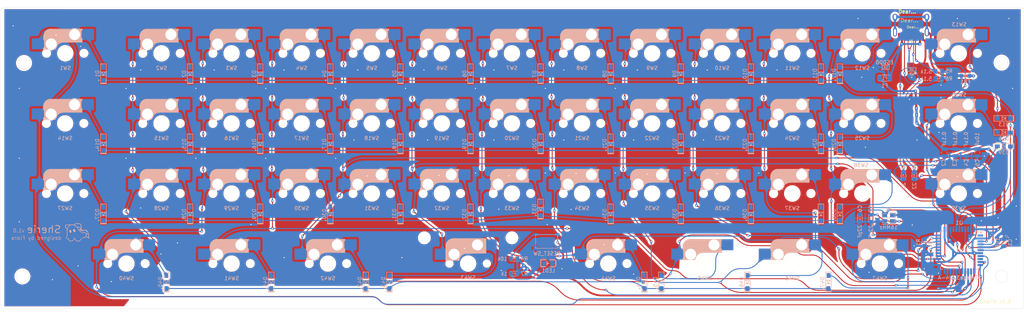
<source format=kicad_pcb>
(kicad_pcb (version 20240108) (generator "pcbnew") (generator_version "8.0")
  (title_block (title "Sherie") (date "2024-06-18") (rev "1.0") (company "https://www.fruity-floral.com/"))
  (layers (0 "F.Cu" signal) (31 "B.Cu" signal) (34 "B.Paste" user) (35 "F.Paste" user) (36 "B.SilkS" user "B.Silkscreen") (37 "F.SilkS" user "F.Silkscreen") (38 "B.Mask" user) (39 "F.Mask" user) (44 "Edge.Cuts" user))
  (net 0 "")
  (net 1 "Net-(D1-A)")
  (net 2 "Net-(D2-A)")
  (net 3 "Net-(D3-A)")
  (net 4 "Net-(D4-A)")
  (net 5 "Net-(D5-A)")
  (net 6 "Net-(D6-A)")
  (net 7 "Net-(D7-A)")
  (net 8 "Net-(D8-A)")
  (net 9 "Net-(D9-A)")
  (net 10 "Net-(D10-A)")
  (net 11 "Net-(D11-A)")
  (net 12 "Net-(D12-A)")
  (net 13 "Net-(D13-A)")
  (net 14 "Net-(D14-A)")
  (net 15 "Net-(D15-A)")
  (net 16 "Net-(D16-A)")
  (net 17 "Net-(D17-A)")
  (net 18 "Net-(D18-A)")
  (net 19 "Net-(D19-A)")
  (net 20 "Net-(D20-A)")
  (net 21 "Net-(D21-A)")
  (net 22 "Net-(D22-A)")
  (net 23 "Net-(D23-A)")
  (net 24 "Net-(D24-A)")
  (net 25 "Net-(D25-A)")
  (net 26 "Net-(D26-A)")
  (net 27 "Net-(D27-A)")
  (net 28 "Net-(D28-A)")
  (net 29 "Net-(D29-A)")
  (net 30 "Net-(D30-A)")
  (net 31 "Net-(D31-A)")
  (net 32 "Net-(D32-A)")
  (net 33 "Net-(D33-A)")
  (net 34 "Net-(D34-A)")
  (net 35 "Net-(D35-A)")
  (net 36 "Net-(D36-A)")
  (net 37 "Net-(D37-A)")
  (net 38 "Net-(D38-A)")
  (net 39 "Net-(D39-A)")
  (net 40 "Net-(D40-A)")
  (net 41 "Net-(D41-A)")
  (net 42 "Net-(D42-A)")
  (net 43 "Net-(D43-A)")
  (net 44 "Net-(D44-A)")
  (net 45 "Net-(D45-A)")
  (net 46 "Net-(D46-A)")
  (net 47 "Net-(D47-A)")
  (net 48 "col0")
  (net 49 "col1")
  (net 50 "col2")
  (net 51 "col3")
  (net 52 "col4")
  (net 53 "col5")
  (net 54 "col6")
  (net 55 "col7")
  (net 56 "col8")
  (net 57 "col9")
  (net 58 "col10")
  (net 59 "col11")
  (net 60 "col12")
  (net 61 "GND")
  (net 62 "Net-(U1-UCAP)")
  (net 63 "+5V")
  (net 64 "Net-(U1-XTAL2)")
  (net 65 "Net-(U1-XTAL1)")
  (net 66 "row0")
  (net 67 "row1")
  (net 68 "row2")
  (net 69 "row3")
  (net 70 "VBUS")
  (net 71 "GNDPWR")
  (net 73 "Net-(J1-CC2)")
  (net 74 "Net-(J1-CC1)")
  (net 75 "D+")
  (net 77 "D-")
  (net 78 "Net-(U1-~{HWB}{slash}PE2)")
  (net 79 "Net-(U1-D+)")
  (net 80 "Net-(U1-D-)")
  (net 81 "Net-(U1-~{RESET})")
  (net 90 "Net-(LED1-A)")
  (footprint "kbd_SW:CherryMX_Hotswap_1.25u" (layer "F.Cu") (at 168.91 164.62375)
    (property "Reference" "SW42")
    (property "Value" "SW_PUSH" (hide yes))
  )
  (footprint "kbd_SW:CherryMX_Hotswap_1u" (layer "F.Cu") (at 257.01625 107.47375)
    (property "Reference" "SW9")
    (property "Value" "SW_PUSH" (hide yes))
  )
  (footprint "kbd_SW:CherryMX_Hotswap_1u" (layer "F.Cu") (at 199.86625 107.47375)
    (property "Reference" "SW6")
    (property "Value" "SW_PUSH" (hide yes))
  )
  (footprint "kbd_SW:CherryMX_Hotswap_1u" (layer "F.Cu") (at 142.71625 145.57375)
    (property "Reference" "SW29")
    (property "Value" "SW_PUSH" (hide yes))
  )
  (footprint "kbd_SW:CherryMX_Hotswap_2.75u" (layer "F.Cu") (at 207.01 164.62375)
    (property "Reference" "SW43")
    (property "Value" "SW_PUSH" (hide yes))
  )
  (footprint "kbd_SW:CherryMX_Hotswap_1u" (layer "F.Cu") (at 257.01625 126.52375)
    (property "Reference" "SW22")
    (property "Value" "SW_PUSH" (hide yes))
  )
  (footprint "kbd_SW:CherryMX_Hotswap_1u" (layer "F.Cu") (at 123.66625 126.52375)
    (property "Reference" "SW15")
    (property "Value" "SW_PUSH" (hide yes))
  )
  (footprint "my_footprints:M3_Spacer_hex" (layer "F.Cu") (at 86.3 110.1)
    (property "Reference" "REF**")
    (property "Value" "M3_Spacer_hex" (hide yes))
  )
  (footprint "kbd_SW:CherryMX_Hotswap_1u" (layer "F.Cu") (at 295.11625 126.52375)
    (property "Reference" "SW24")
    (property "Value" "SW_PUSH" (hide yes))
  )
  (footprint "kbd_SW:CherryMX_Hotswap_1u" (layer "F.Cu") (at 314.16625 126.52375)
    (property "Reference" "SW25")
    (property "Value" "SW_PUSH" (hide yes))
  )
  (footprint "kbd_Parts:Diode_TH_SMD_without_holes" (layer "F.Cu") (at 207.65 132.09 90)
    (property "Reference" "D19")
    (property "Value" "D" (hide yes))
  )
  (footprint "kbd_SW:CherryMX_Hotswap_1.5u" (layer "F.Cu") (at 271.30375 164.62375)
    (property "Reference" "SW45")
    (property "Value" "SW_PUSH" (hide yes))
  )
  (footprint "kbd_SW:CherryMX_Hotswap_1u" (layer "F.Cu") (at 218.91625 107.47375)
    (property "Reference" "SW7")
    (property "Value" "SW_PUSH" (hide yes))
  )
  (footprint "kbd_Parts:Diode_TH_SMD_without_holes" (layer "F.Cu") (at 352.64 125.16 180)
    (property "Reference" "D13")
    (property "Value" "D" (hide yes))
  )
  (footprint "my_footprints:M3_Spacer_hex" (layer "F.Cu") (at 85.85 168.11)
    (property "Reference" "REF**")
    (property "Value" "M3_Spacer_hex" (hide yes))
  )
  (footprint "kbd_SW:CherryMX_Hotswap_1u" (layer "F.Cu") (at 276.06625 107.47375)
    (property "Reference" "SW10")
    (property "Value" "SW_PUSH" (hide yes))
  )
  (footprint "my_footprints:M3_Spacer_hex" (layer "F.Cu") (at 352 110)
    (property "Reference" "REF**")
    (property "Value" "M3_Spacer_hex" (hide yes))
  )
  (footprint "kbd_Parts:Diode_TH_SMD_without_holes" (layer "F.Cu") (at 150.5 113.04 90)
    (property "Reference" "D3")
    (property "Value" "D" (hide yes))
  )
  (footprint "kbd_SW:CherryMX_Hotswap_1u" (layer "F.Cu") (at 199.86625 126.52375)
    (property "Reference" "SW19")
    (property "Value" "SW_PUSH" (hide yes))
  )
  (footprint "kbd_SW:CherryMX_Hotswap_1.75u" (layer "F.Cu") (at 97.4725 126.52375)
    (property "Reference" "SW14")
    (property "Value" "SW_PUSH" (hide yes))
  )
  (footprint "kbd_SW:CherryMX_Hotswap_1u" (layer "F.Cu") (at 161.76625 145.57375)
    (property "Reference" "SW30")
    (property "Value" "SW_PUSH" (hide yes))
  )
  (footprint "kbd_Parts:Diode_TH_SMD_without_holes" (layer "F.Cu") (at 169.55 151.14 90)
    (property "Reference" "D30")
    (property "Value" "D" (hide yes))
  )
  (footprint "kbd_Parts:Diode_TH_SMD_without_holes" (layer "F.Cu") (at 245.75 132.09 90)
    (property "Reference" "D21")
    (property "Value" "D" (hide yes))
  )
  (footprint "kbd_SW:CherryMX_Hotswap_1.75u" (layer "F.Cu") (at 340.36 145.57375)
    (property "Reference" "SW39")
    (property "Value" "SW_PUSH" (hide yes))
  )
  (footprint "kbd_Parts:Diode_TH_SMD_without_holes" (layer "F.Cu") (at 283.85 132.09 90)
    (property "Reference" "D23")
    (property "Value" "D" (hide yes))
  )
  (footprint "kbd_SW:CherryMX_Hotswap_1u" (layer "F.Cu") (at 295.11625 164.62375)
    (property "Reference" "SW46")
    (property "Value" "SW_PUSH" (hide yes))
  )
  (footprint "kbd_Parts:Diode_TH_SMD_without_holes" (layer "F.Cu") (at 264.8 132.09 90)
    (property "Reference" "D22")
    (property "Value" "D" (hide yes))
  )
  (footprint "kbd_Parts:Diode_TH_SMD_without_holes" (layer "F.Cu") (at 308.058211 132.09 90)
    (property "Reference" "D25")
    (property "Value" "D" (hide yes))
  )
  (footprint "kbd_Parts:Diode_TH_SMD_without_holes" (layer "F.Cu") (at 150.5 132.09 90)
    (property "Reference" "D16")
    (property "Value" "D" (hide yes))
  )
  (footprint "kbd_Parts:Diode_TH_SMD_without_holes" (layer "F.Cu") (at 302.9 113.04 90)
    (property "Reference" "D11")
    (property "Value" "D" (hide yes))
  )
  (footprint "kbd_SW:CherryMX_Hotswap_1u" (layer "F.Cu") (at 123.66625 145.57375)
    (property "Reference" "SW28")
    (property "Value" "SW_PUSH" (hide yes))
  )
  (footprint "kbd_SW:CherryMX_Hotswap_1.5u" (layer "F.Cu") (at 114.14125 164.62375)
    (property "Reference" "SW40")
    (property "Value" "SW_PUSH" (hide yes))
  )
  (footprint "kbd_SW:CherryMX_Hotswap_1u" (layer "F.Cu") (at 180.81625 145.57375)
    (property "Reference" "SW31")
    (property "Value" "SW_PUSH" (hide yes))
  )
  (footprint "kbd_Parts:Diode_TH_SMD_without_holes" (layer "F.Cu") (at 245.75 113.04 90)
    (property "Reference" "D8")
    (property "Value" "D" (hide yes))
  )
  (footprint "kbd_Parts:Diode_TH_SMD_without_holes" (layer "F.Cu") (at 153.51 169.63 90)
    (property "Reference" "D41")
    (property "Value" "D" (hide yes))
  )
  (footprint "kbd_Parts:Diode_TH_SMD_without_holes" (layer "F.Cu") (at 308.058211 151.14 90)
    (property "Reference" "D38")
    (property "Value" "D" (hide yes))
  )
  (footprint "kbd_Parts:Diode_TH_SMD_without_holes" (layer "F.Cu") (at 254.91 169.63 90)
    (property "Reference" "D44")
    (property "Value" "D" (hide yes))
  )
  (footprint "kbd_Parts:Diode_TH_SMD_without_holes" (layer "F.Cu") (at 169.55 113.04 90)
    (property "Reference" "D4")
    (property "Value" "D" (hide yes))
  )
  (footprint "kbd_SW:CherryMX_Hotswap_1u" (layer "F.Cu") (at 314.16625 145.57375)
    (property "Reference" "SW38")
    (property "Value" "SW_PUSH" (hide yes))
  )
  (footprint "kbd_SW:CherryMX_Hotswap_1.75u" (layer "F.Cu") (at 340.36 126.52375)
    (property "Reference" "SW26")
    (property "Value" "SW_PUSH" (hide yes))
  )
  (footprint "kbd_Parts:Diode_TH_SMD_without_holes" (layer "F.Cu") (at 283.85 113.04 90)
    (property "Reference" "D10")
    (property "Value" "D" (hide yes))
  )
  (footprint "kbd_Parts:Diode_TH_SMD_without_holes" (layer "F.Cu") (at 304.948211 169.63 90)
    (property "Reference" "D47")
    (property "Value" "D" (hide yes))
  )
  (footprint "kbd_SW:CherryMX_Hotswap_1.75u" (layer "F.Cu") (at 97.4725 145.57375)
    (property "Reference" "SW27")
    (property "Value" "SW_PUSH" (hide yes))
  )
  (footprint "kbd_SW:CherryMX_Hotswap_1u" (layer "F.Cu") (at 276.06625 126.52375)
    (property "Reference" "SW23")
    (property "Value" "SW_PUSH" (hide yes))
  )
  (footprint "kbd_SW:CherryMX_Hotswap_1u" (layer "F.Cu") (at 295.11625 145.57375)
    (property "Reference" "SW37")
    (property "Value" "SW_PUSH" (hide yes))
  )
  (footprint "kbd_Parts:Diode_TH_SMD_without_holes" (layer "F.Cu") (at 107.888211 113.04 90)
    (property "Reference" "D1")
    (property "Value" "D" (hide yes))
  )
  (footprint "kbd_SW:CherryMX_Hotswap_1u" (layer "F.Cu") (at 218.91625 126.52375)
    (property "Reference" "SW20")
    (property "Value" "SW_PUSH" (hide yes))
  )
  (footprint "kbd_Parts:Diode_TH_SMD_without_holes" (layer "F.Cu") (at 352.64 132.74 180)
    (property "Reference" "D39")
    (property "Value" "D" (hide yes))
  )
  (footprint "kbd_Parts:Diode_TH_SMD_without_holes" (layer "F.Cu") (at 264.8 151.14 90)
    (property "Reference" "D35")
    (property "Value" "D" (hide yes))
  )
  (footprint "kbd_SW:CherryMX_Hotswap_1u" (layer "F.Cu") (at 161.76625 126.52375)
    (property "Reference" "SW17")
    (property "Value" "SW_PUSH" (hide yes))
  )
  (footprint "kbd_SW:CherryMX_Hotswap_1u" (layer "F.Cu") (at 123.66625 107.47375)
    (property "Reference" "SW2")
    (property "Value" "SW_PUSH" (hide yes))
  )
  (footprint "kbd_SW:CherryMX_Hotswap_1u" (layer "F.Cu") (at 257.01625 145.57375)
    (property "Reference" "SW35")
    (property "Value" "SW_PUSH" (hide yes))
  )
  (footprint "kbd_Parts:Diode_TH_SMD_without_holes" (layer "F.Cu") (at 124.98 169.63 90)
    (property "Reference" "D40")
    (property "Value" "D" (hide yes))
  )
  (footprint "kbd_SW:CherryMX_Hotswap_1.5u" (layer "F.Cu") (at 142.71625 164.62375)
    (property "Reference" "SW41")
    (property "Value" "SW_PUSH" (hide yes))
  )
  (footprint "kbd_SW:CherryMX_Hotswap_1u" (layer "F.Cu") (at 161.76625 107.47375)
    (property "Reference" "SW4")
    (property "Value" "SW_PUSH" (hide yes))
  )
  (footprint "my_footprints:M3_Spacer_hex" (layer "F.Cu") (at 352 168.11)
    (property "Reference" "REF**" (hide yes))
    (property "Value" "M3_Spacer_hex" (hide yes))
  )
  (footprint "kbd_SW:CherryMX_Hotswap_1u" (layer "F.Cu") (at 237.96625 145.57375)
    (property "Reference" "SW34")
    (property "Value" "SW_PUSH" (hide yes))
  )
  (footprint "kbd_Parts:Diode_TH_SMD_without_holes" (layer "F.Cu") (at 107.888211 132.09 90)
    (property "Reference" "D14")
    (property "Value" "D" (hide yes))
  )
  (footprint "kbd_SW:CherryMX_Hotswap_1.5u" (layer "F.Cu") (at 318.92875 164.62375)
    (property "Reference" "SW47")
    (property "Value" "SW_PUSH" (hide yes))
  )
  (footprint "kbd_Parts:Diode_TH_SMD_without_holes" (layer "F.Cu") (at 226.683211 149.8 90)
    (property "Reference" "D33")
    (property "Value" "D" (hide yes))
  )
  (footprint "kbd_SW:CherryMX_Hotswap_1u" (layer "F.Cu") (at 142.71625 107.47375)
    (property "Reference" "SW3")
    (property "Value" "SW_PUSH" (hide yes))
  )
  (footprint "kbd_SW:CherryMX_Hotswap_1u" (layer "F.Cu") (at 199.86625 145.57375)
    (property "Reference" "SW32")
    (property "Value" "SW_PUSH" (hide yes))
  )
  (footprint "kbd_Parts:Diode_TH_SMD_without_holes" (layer "F.Cu") (at 188.6 113.04 90)
    (property "Reference" "D5")
    (property "Value" "D" (hide yes))
  )
  (footprint "kbd_Parts:Diode_TH_SMD_without_holes" (layer "F.Cu") (at 131.45 113.04 90)
    (property "Reference" "D2")
    (property "Value" "D" (hide yes))
  )
  (footprint "kbd_Parts:Diode_TH_SMD_without_holes" (layer "F.Cu") (at 131.45 151.14 90)
    (property "Reference" "D28")
    (property "Value" "D" (hide yes))
  )
  (footprint "kbd_SW:CherryMX_Hotswap_1u" (layer "F.Cu") (at 314.16625 107.47375)
    (property "Reference" "SW12")
    (property "Value" "SW_PUSH" (hide yes))
  )
  (footprint "locallib:HRO-TYPE-C-31-M-12-Assembly" (layer "F.Cu") (at 327.36 94.975 180)
    (property "Reference" "J1")
    (property "Value" "TYPE-C-31-M-12")
  )
  (footprint "kbd_Parts:Diode_TH_SMD_without_holes" (layer "F.Cu") (at 188.6 132.09 90)
    (property "Reference" "D18")
    (property "Value" "D" (hide yes))
  )
  (footprint "kbd_Parts:Diode_TH_SMD_without_holes" (layer "F.Cu") (at 169.55 132.09 90)
    (property "Reference" "D17")
    (property "Value" "D" (hide yes))
  )
  (footprint "kbd_Parts:Diode_TH_SMD_without_holes" (layer "F.Cu") (at 188.6 151.14 90)
    (property "Reference" "D31")
    (property "Value" "D" (hide yes))
  )
  (footprint "kbd_Parts:Diode_TH_SMD_without_holes" (layer "F.Cu") (at 259.52 169.63 90)
    (property "Reference" "D45")
    (property "Value" "D" (hide yes))
  )
  (footprint "kbd_Parts:Diode_TH_SMD_without_holes" (layer "F.Cu") (at 226.7 113.04 90)
    (property "Reference" "D7")
    (property "Value" "D" (hide yes))
  )
  (footprint "kbd_Parts:Diode_TH_SMD_without_holes" (layer "F.Cu") (at 226.7 132.09 90)
    (property "Reference" "D20")
    (property "Value" "D" (hide yes))
  )
  (footprint "kbd_Parts:Diode_TH_SMD_without_holes" (layer "F.Cu") (at 264.8 113.04 90)
    (property "Reference" "D9")
    (property "Value" "D" (hide yes))
  )
  (footprint "kbd_Parts:Diode_TH_SMD_without_holes" (layer "F.Cu") (at 308.058211 113.04 90)
    (property "Reference" "D12")
    (property "Value" "D" (hide yes))
  )
  (footprint "kbd_Parts:Diode_TH_SMD_without_holes" (layer "F.Cu") (at 179.19 169.63 90)
    (property "Reference" "D42")
    (property "Value" "D" (hide yes))
  )
  (footprint "kbd_Parts:Diode_TH_SMD_without_holes" (layer "F.Cu") (at 207.65 151.14 90)
    (property "Reference" "D32")
    (property "Value" "D" (hide yes))
  )
  (footprint "kbd_SW:CherryMX_Hotswap_1u" (layer "F.Cu") (at 237.96625 107.47375)
    (property "Reference" "SW8")
    (property "Value" "SW_PUSH" (hide yes))
  )
  (footprint "kbd_SW:CherryMX_Hotswap_1u" (layer "F.Cu") (at 218.91625 145.57375)
    (property "Reference" "SW33")
    (property "Value" "SW_PUSH" (hide yes))
  )
  (footprint "kbd_Parts:Diode_TH_SMD_without_holes" (layer "F.Cu") (at 352.64 128.95 180)
    (property "Reference" "D26")
    (property "Value" "D" (hide yes))
  )
  (footprint "kbd_Parts:Diode_TH_SMD_without_holes" (layer "F.Cu") (at 107.888211 151.14 90)
    (property "Reference" "D27")
    (property "Value" "D" (hide yes))
  )
  (footprint "kbd_Parts:Diode_TH_SMD_without_holes" (layer "F.Cu") (at 185.618211 169.63 90)
    (property "Reference" "D43")
    (property "Value" "D" (hide yes))
  )
  (footprint "kbd_SW:CherryMX_Hotswap_1u" (layer "F.Cu") (at 237.96625 126.52375)
    (property "Reference" "SW21")
    (property "Value" "SW_PUSH" (hide yes))
  )
  (footprint "kbd_SW:CherryMX_Hotswap_1u" (layer "F.Cu") (at 180.81625 126.52375)
    (property "Reference" "SW18")
    (property "Value" "SW_PUSH" (hide yes))
  )
  (footprint "kbd_Parts:Diode_TH_SMD_without_holes" (layer "F.Cu") (at 283.85 151.14 90)
    (property "Reference" "D36")
    (property "Value" "D" (hide yes))
  )
  (footprint "kbd_SW:CherryMX_Hotswap_1.25u" (layer "F.Cu") (at 245.11 164.62375)
    (property "Reference" "SW44")
    (property "Value" "SW_PUSH" (hide yes))
  )
  (footprint "kbd_SW:CherryMX_Hotswap_1u" (layer "F.Cu") (at 276.06625 145.57375)
    (property "Reference" "SW36")
    (property "Value" "SW_PUSH" (hide yes))
  )
  (footprint "kbd_SW:CherryMX_Hotswap_1.75u" (layer "F.Cu") (at 340.36 107.47375)
    (property "Reference" "SW13")
    (property "Value" "SW_PUSH" (hide yes))
  )
  (footprint "kbd_SW:CherryMX_Hotswap_1.75u" (layer "F.Cu") (at 97.5 107.46)
    (property "Reference" "SW1")
    (property "Value" "SW_PUSH" (hide yes))
  )
  (footprint "kbd_Parts:Diode_TH_SMD_without_holes" (layer "F.Cu") (at 302.9 132.09 90)
    (property "Reference" "D24")
    (property "Value" "D" (hide yes))
  )
  (footprint "kbd_Parts:Diode_TH_SMD_without_holes" (layer "F.Cu") (at 207.65 113.04 90)
    (property "Reference" "D6")
    (property "Value" "D" (hide yes))
  )
  (footprint "kbd_Parts:Diode_TH_SMD_without_holes" (layer "F.Cu") (at 302.9 151.14 90)
    (property "Reference" "D37")
    (property "Value" "D" (hide yes))
  )
  (footprint "kbd_SW:CherryMX_Hotswap_1u" (layer "F.Cu") (at 180.81625 107.47375)
    (property "Reference" "SW5")
    (property "Value" "SW_PUSH" (hide yes))
  )
  (footprint "kbd_Parts:Diode_TH_SMD_without_holes" (layer "F.Cu") (at 245.75 151.14 90)
    (property "Reference" "D34")
    (property "Value" "D" (hide yes))
  )
  (footprint "kbd_SW:CherryMX_Hotswap_1u" (layer "F.Cu") (at 295.11625 107.47375)
    (property "Reference" "SW11")
    (property "Value" "SW_PUSH" (hide yes))
  )
  (footprint "kbd_Parts:Diode_TH_SMD_without_holes" (layer "F.Cu") (at 131.45 132.09 90)
    (property "Reference" "D15")
    (property "Value" "D" (hide yes))
  )
  (footprint "kbd_Parts:Diode_TH_SMD_without_holes" (layer "F.Cu") (at 150.5 151.14 90)
    (property "Reference" "D29")
    (property "Value" "D" (hide yes))
  )
  (footprint "kbd_SW:CherryMX_Hotswap_1u" (layer "F.Cu") (at 142.71625 126.52375)
    (property "Reference" "SW16")
    (property "Value" "SW_PUSH" (hide yes))
  )
  (footprint "kbd_Parts:Diode_TH_SMD_without_holes" (layer "F.Cu") (at 282.92 169.63 90)
    (property "Reference" "D46")
    (property "Value" "D" (hide yes))
  )
  (footprint "Capacitor_SMD:C_0805_2012Metric" (layer "B.Cu") (at 352.62 158.92 90)
    (property "Reference" "C1")
    (property "Value" "1uF")
  )
  (footprint "Diode_SMD:D_SOD-523" (layer "B.Cu") (at 320.2075 111.24 180)
    (property "Reference" "ESDD0")
    (property "Value" "ESD5Z5V0")
  )
  (footprint "Capacitor_SMD:C_0805_2012Metric" (layer "B.Cu") (at 336.4 134.44 -90)
    (property "Reference" "C2")
    (property "Value" "0.1uF")
  )
  (footprint "Resistor_SMD:R_0805_2012Metric" (layer "B.Cu") (at 334.93 112.36 180)
    (property "Reference" "R5")
    (property "Value" "5.1k")
  )
  (footprint "Inductor_SMD:L_0805_2012Metric" (layer "B.Cu") (at 342.1625 113.59 180)
    (property "Reference" "FB1")
    (property "Value" "GZ2012D601TF")
  )
  (footprint "Resistor_SMD:R_0805_2012Metric" (layer "B.Cu") (at 331 158.89 -90)
    (property "Reference" "R1")
    (property "Value" "10k")
  )
  (footprint "my_footprints:SMD_reset" (layer "B.Cu") (at 228.33 158.55)
    (property "Reference" "RESET0" (hide yes))
    (property "Value" "RESET_SW")
  )
  (footprint "Resistor_SMD:R_0805_2012Metric" (layer "B.Cu") (at 328.29 140.7925 -90)
    (property "Reference" "R3")
    (property "Value" "22")
  )
  (footprint "Capacitor_SMD:C_0805_2012Metric" (layer "B.Cu") (at 345.4 134.44 -90)
    (property "Reference" "C5")
    (property "Value" "10uF")
  )
  (footprint "Crystal:Crystal_SMD_3225-4Pin_3.2x2.5mm" (layer "B.Cu") (at 321.28 152.3 180)
    (property "Reference" "Y1")
    (property "Value" "16MHz")
  )
  (footprint "Resistor_SMD:R_0805_2012Metric" (layer "B.Cu") (at 334.93 114.35)
    (property "Reference" "R6")
    (property "Value" "5.1k")
  )
  (footprint "Resistor_SMD:R_0805_2012Metric" (layer "B.Cu") (at 325.34 140.7925 -90)
    (property "Reference" "R2")
    (property "Value" "22")
  )
  (footprint "Capacitor_SMD:C_0805_2012Metric" (layer "B.Cu") (at 342.4 134.44 -90)
    (property "Reference" "C4")
    (property "Value" "0.1uF")
  )
  (footprint "LOGO" (layer "B.Cu") (at 100.75 156 180)
    (property "Reference" "G***" (hide yes))
    (property "Value" "LOGO" (hide yes))
  )
  (footprint "Resistor_SMD:R_0805_2012Metric" (layer "B.Cu") (at 219.47 163.31 180)
    (property "Reference" "R4")
    (property "Value" "10k")
  )
  (footprint "Resistor_SMD:R_0805_2012Metric" (layer "B.Cu") (at 219.47 167.36 180)
    (property "Reference" "R7")
    (property "Value" "1k")
  )
  (footprint "Capacitor_SMD:C_0805_2012Metric" (layer "B.Cu") (at 339.4 134.44 -90)
    (property "Reference" "C3")
    (property "Value" "0.1uF")
  )
  (footprint "my_footprints:LED0805-RD_GREEN" (layer "B.Cu") (at 228.75 164.54 180)
    (property "Reference" "LED1")
    (property "Value" "Green")
  )
  (footprint "acheron_Components:USON-10_2.5x1.0mm_P0.5mm" (layer "B.Cu") (at 327.56 111.84 90)
    (property "Reference" "U2")
    (property "Value" "TPD4E05U06DQAR")
  )
  (footprint "Capacitor_SMD:C_0805_2012Metric" (layer "B.Cu") (at 313.48 152.3 90)
    (property "Reference" "C6")
    (property "Value" "22pF")
  )
  (footprint "Package_QFP:TQFP-44_10x10mm_P0.8mm" (layer "B.Cu") (at 340.51875 160.9875 180)
    (property "Reference" "U1")
    (property "Value" "ATmega32U4-A")
  )
  (footprint "Fuse:Fuse_1206_3216Metric" (layer "B.Cu") (at 320.2075 114.2 180)
    (property "Reference" "F1")
    (property "Value" "SMD0805-050-16V")
  )
  (footprint "Capacitor_SMD:C_0805_2012Metric" (layer "B.Cu") (at 316.48 152.3 90)
    (property "Reference" "C7")
    (property "Value" "22pF")
  )
  (gr_circle (center 352 168.11) (end 353.7 168.11) (stroke (width 0.05)) (fill none) (layer "Edge.Cuts"))
  (gr_line (start 357.09 95) (end 80.81 94.99) (stroke (width 0.05)) (layer "Edge.Cuts"))
  (gr_arc (start 358.06 175.87) (mid 357.767107 176.577107) (end 357.06 176.87) (stroke (width 0.05)) (layer "Edge.Cuts"))
  (gr_arc (start 79.81 95.99) (mid 80.102893 95.282893) (end 80.81 94.99) (stroke (width 0.05)) (layer "Edge.Cuts"))
  (gr_arc (start 357.09 95) (mid 357.797107 95.292893) (end 358.09 96) (stroke (width 0.05)) (layer "Edge.Cuts"))
  (gr_line (start 358.06 175.87) (end 358.09 96) (stroke (width 0.05)) (layer "Edge.Cuts"))
  (gr_line (start 80.79 176.87) (end 357.06 176.87) (stroke (width 0.05)) (layer "Edge.Cuts"))
  (gr_circle (center 85.85 168.11) (end 87.55 168.11) (stroke (width 0.05)) (fill none) (layer "Edge.Cuts"))
  (gr_line (start 79.81 95.99) (end 79.79 175.87) (stroke (width 0.05)) (layer "Edge.Cuts"))
  (gr_circle (center 352 110) (end 353.7 110) (stroke (width 0.05)) (fill none) (layer "Edge.Cuts"))
  (gr_circle (center 86.3 110.1) (end 88 110.1) (stroke (width 0.05)) (fill none) (layer "Edge.Cuts"))
  (gr_arc (start 80.79 176.87) (mid 80.082893 176.577107) (end 79.79 175.87) (stroke (width 0.05)) (layer "Edge.Cuts"))
  (gr_text "Sherie" (at 96.5 156.5 0) (layer "B.SilkS") (effects (font (size 2 2) (thickness 0.2)) (justify left bottom mirror)))
  (gr_text "v1.0" (at 86.5 156.25 0) (layer "B.SilkS") (effects (font (size 1 1) (thickness 0.1)) (justify left bottom mirror)))
  (gr_text "designed by Flora" (at 96.5 158.25 0) (layer "B.SilkS") (effects (font (size 1 1) (thickness 0.1)) (justify left bottom mirror)))
  (gr_text "Sherie v1.0" (at 346 175.5 0) (layer "F.SilkS") (effects (font (size 1 1) (thickness 0.1)) (justify left bottom)))
  (gr_text "Dear...\n" (at 324.475 99.1 0) (layer "F.SilkS") (effects (font (size 1 1) (thickness 0.1)) (justify left bottom)))
  (gr_text "Dear..." (at 323.825 96.725 0) (layer "F.SilkS") (effects (font (size 1 1) (thickness 0.2) (bold yes)) (justify left bottom)))
  (gr_text "Dear..." (at 326.125 100.75 0) (layer "F.SilkS") (effects (font (size 0.7 0.7) (thickness 0.1)) (justify left bottom)))
  (segment (start 107.888211 111.265) (end 103.2 102.34) (width 0.25) (layer "B.Cu") (net 1))
  (segment (start 129.36625 102.35375) (end 131.45 111.265) (width 0.25) (layer "B.Cu") (net 2))
  (segment (start 148.41625 102.35375) (end 150.5 111.265) (width 0.25) (layer "B.Cu") (net 3))
  (segment (start 167.46625 102.35375) (end 169.55 111.265) (width 0.25) (layer "B.Cu") (net 4))
  (segment (start 186.51625 102.35375) (end 188.6 111.265) (width 0.25) (layer "B.Cu") (net 5))
  (segment (start 205.56625 102.35375) (end 207.65 111.265) (width 0.25) (layer "B.Cu") (net 6))
  (segment (start 224.61625 102.35375) (end 226.7 111.265) (width 0.25) (layer "B.Cu") (net 7))
  (segment (start 243.66625 102.35375) (end 245.75 111.265) (width 0.25) (layer "B.Cu") (net 8))
  (segment (start 262.71625 102.35375) (end 264.8 111.265) (width 0.25) (layer "B.Cu") (net 9))
  (segment (start 281.76625 102.35375) (end 283.85 111.265) (width 0.25) (layer "B.Cu") (net 10))
  (segment (start 300.81625 102.35375) (end 302.9 111.265) (width 0.25) (layer "B.Cu") (net 11))
  (segment (start 316.544213 109.885787) (end 315.750786 110.679214) (width 0.25) (layer "B.Cu") (net 12))
  (segment (start 319.86625 102.35375) (end 319.86625 103.46375) (width 0.25) (layer "B.Cu") (net 12))
  (segment (start 314.336573 111.265) (end 308.058211 111.265) (width 0.25) (layer "B.Cu") (net 12))
  (segment (start 319.86625 103.46375) (end 317.715786 105.614214) (width 0.25) (layer "B.Cu") (net 12))
  (segment (start 317.13 107.028427) (end 317.13 108.471573) (width 0.25) (layer "B.Cu") (net 12))
  (arc (start 316.544213 109.885787) (mid 316.977759 109.23694) (end 317.13 108.471573) (width 0.25) (layer "B.Cu") (net 12))
  (arc (start 317.715786 105.614214) (mid 317.282241 106.26306) (end 317.13 107.028427) (width 0.25) (layer "B.Cu") (net 12))
  (arc (start 314.336573 111.265) (mid 315.10194 111.112759) (end 315.750786 110.679214) (width 0.25) (layer "B.Cu") (net 12))
  (segment (start 350.88 122.47) (end 350.88 120.801068) (width 0.25) (layer "F.Cu") (net 13))
  (segment (start 349.415534 117.265534) (end 343.38 111.23) (width 0.25) (layer "F.Cu") (net 13))
  (via (at 343.38 111.23) (size 0.6) (drill 0.3) (layers "F.Cu" "B.Cu") (net 13))
  (via (at 350.88 122.47) (size 0.6) (drill 0.3) (layers "F.Cu" "B.Cu") (net 13))
  (arc (start 350.88 120.801068) (mid 350.499398 118.887651) (end 349.415534 117.265534) (width 0.25) (layer "F.Cu") (net 13))
  (segment (start 346.06 103.57) (end 343.965786 105.664214) (width 0.25) (layer "B.Cu") (net 13))
  (segment (start 346.06 102.35375) (end 346.06 103.57) (width 0.25) (layer "B.Cu") (net 13))
  (segment (start 343.38 107.078427) (end 343.38 111.23) (width 0.25) (layer "B.Cu") (net 13))
  (segment (start 346.06625 102.36) (end 346.06 102.35375) (width 0.25) (layer "B.Cu") (net 13))
  (segment (start 350.865 122.485) (end 350.88 122.47) (width 0.25) (layer "B.Cu") (net 13))
  (segment (start 350.865 125.16) (end 350.865 122.485) (width 0.25) (layer "B.Cu") (net 13))
  (arc (start 343.38 107.078427) (mid 343.532241 106.31306) (end 343.965786 105.664214) (width 0.25) (layer "B.Cu") (net 13))
  (arc (start 350.92 125.105) (mid 350.903891 125.143891) (end 350.865 125.16) (width 0.25) (layer "B.Cu") (net 13))
  (arc (start 350.57 124.865) (mid 350.656403 125.073597) (end 350.865 125.16) (width 0.25) (layer "B.Cu") (net 13))
  (segment (start 107.888211 130.315) (end 103.1725 121.40375) (width 0.25) (layer "B.Cu") (net 14))
  (segment (start 129.36625 121.40375) (end 131.45 130.315) (width 0.25) (layer "B.Cu") (net 15))
  (segment (start 148.41625 121.40375) (end 150.5 130.315) (width 0.25) (layer "B.Cu") (net 16))
  (segment (start 167.46625 121.40375) (end 169.55 130.315) (width 0.25) (layer "B.Cu") (net 17))
  (segment (start 186.51625 121.40375) (end 188.6 130.315) (width 0.25) (layer "B.Cu") (net 18))
  (segment (start 205.56625 121.40375) (end 207.65 130.315) (width 0.25) (layer "B.Cu") (net 19))
  (segment (start 224.61625 121.40375) (end 226.7 130.315) (width 0.25) (layer "B.Cu") (net 20))
  (segment (start 243.66625 121.40375) (end 245.75 130.315) (width 0.25) (layer "B.Cu") (net 21))
  (segment (start 262.71625 121.40375) (end 264.8 130.315) (width 0.25) (layer "B.Cu") (net 22))
  (segment (start 281.76625 121.40375) (end 283.85 130.315) (width 0.25) (layer "B.Cu") (net 23))
  (segment (start 300.81625 121.40375) (end 302.9 130.315) (width 0.25) (layer "B.Cu") (net 24))
  (segment (start 308.058211 130.315) (end 318.365 130.315) (width 0.25) (layer "B.Cu") (net 25))
  (segment (start 322.2 126.48) (end 322.2 123.7375) (width 0.25) (layer "B.Cu") (net 25))
  (arc (start 322.2 123.7375) (mid 321.51646 122.08729) (end 319.86625 121.40375) (width 0.25) (layer "B.Cu") (net 25))
  (arc (start 318.365 130.315) (mid 321.076755 129.191755) (end 322.2 126.48) (width 0.25) (layer "B.Cu") (net 25))
  (segment (start 350.865 128.95) (end 346.06 121.40375) (width 0.25) (layer "B.Cu") (net 26))
  (segment (start 107.888211 149.365) (end 103.1725 140.45375) (width 0.25) (layer "B.Cu") (net 27))
  (segment (start 129.36625 140.45375) (end 131.45 149.365) (width 0.25) (layer "B.Cu") (net 28))
  (segment (start 148.41625 140.45375) (end 150.5 149.365) (width 0.25) (layer "B.Cu") (net 29))
  (segment (start 167.46625 140.45375) (end 169.55 149.365) (width 0.25) (layer "B.Cu") (net 30))
  (segment (start 186.51625 140.45375) (end 188.6 149.365) (width 0.25) (layer "B.Cu") (net 31))
  (segment (start 205.56625 140.45375) (end 207.65 149.365) (width 0.25) (layer "B.Cu") (net 32))
  (segment (start 224.61625 140.45375) (end 226.683211 148.025) (width 0.25) (layer "B.Cu") (net 33))
  (segment (start 243.66625 140.45375) (end 245.75 149.365) (width 0.25) (layer "B.Cu") (net 34))
  (segment (start 262.71625 140.45375) (end 264.8 149.365) (width 0.25) (layer "B.Cu") (net 35))
  (segment (start 281.76625 140.45375) (end 283.85 149.365) (width 0.25) (layer "B.Cu") (net 36))
  (segment (start 300.81625 140.45375) (end 302.9 149.365) (width 0.25) (layer "B.Cu") (net 37))
  (segment (start 322.25 144.73) (end 322.25 142.8375) (width 0.25) (layer "B.Cu") (net 38))
  (segment (start 308.903211 148.52) (end 318.46 148.52) (width 0.25) (layer "B.Cu") (net 38))
  (arc (start 322.25 142.8375) (mid 321.551816 141.151934) (end 319.86625 140.45375) (width 0.25) (layer "B.Cu") (net 38))
  (arc (start 308.058211 149.365) (mid 308.305706 148.767495) (end 308.903211 148.52) (width 0.25) (layer "B.Cu") (net 38))
  (arc (start 318.46 148.52) (mid 321.139935 147.409935) (end 322.25 144.73) (width 0.25) (layer "B.Cu") (net 38))
  (segment (start 350.865 132.74) (end 346.06 140.45375) (width 0.25) (layer "B.Cu") (net 39))
  (segment (start 119.84125 159.50375) (end 124.98 167.855) (width 0.25) (layer "B.Cu") (net 40))
  (segment (start 148.41625 159.50375) (end 153.51 167.855) (width 0.25) (layer "B.Cu") (net 41))
  (segment (start 174.61 159.50375) (end 179.19 167.855) (width 0.25) (layer "B.Cu") (net 42))
  (segment (start 214.52 163.46) (end 214.52 161.45375) (width 0.25) (layer "B.Cu") (net 43))
  (segment (start 185.618211 167.855) (end 210.125 167.855) (width 0.25) (layer "B.Cu") (net 43))
  (arc (start 214.52 161.45375) (mid 213.960574 160.103176) (end 212.61 159.54375) (width 0.25) (layer "B.Cu") (net 43))
  (arc (start 210.125 167.855) (mid 213.232734 166.567734) (end 214.52 163.46) (width 0.25) (layer "B.Cu") (net 43))
  (segment (start 250.81 159.50375) (end 254.91 167.855) (width 0.25) (layer "B.Cu") (net 44))
  (segment (start 264.78 168.73) (end 271.67 168.73) (width 0.25) (layer "B.Cu") (net 45))
  (segment (start 261.223427 168.73) (end 264.78 168.73) (width 0.25) (layer "B.Cu") (net 45))
  (segment (start 277.00375 158.24375) (end 277.00375 159.50375) (width 0.25) (layer "B.Cu") (net 45))
  (segment (start 275.461573 161.045927) (end 277.00375 159.50375) (width 0.25) (layer "B.Cu") (net 45))
  (segment (start 274.29 165.69) (end 274.29 163.874354) (width 0.25) (layer "B.Cu") (net 45))
  (segment (start 264.78 168.73) (end 271.25 168.73) (width 0.25) (layer "B.Cu") (net 45))
  (segment (start 259.52 167.855) (end 259.809214 168.144214) (width 0.25) (layer "B.Cu") (net 45))
  (arc (start 261.223427 168.73) (mid 260.45806 168.577759) (end 259.809214 168.144214) (width 0.25) (layer "B.Cu") (net 45))
  (arc (start 271.25 168.73) (mid 273.399605 167.839605) (end 274.29 165.69) (width 0.25) (layer "B.Cu") (net 45))
  (arc (start 274.29 163.874354) (mid 274.594482 162.34362) (end 275.461573 161.045927) (width 0.25) (layer "B.Cu") (net 45))
  (segment (start 303.21 163.96) (end 303.21 161.8975) (width 0.25) (layer "B.Cu") (net 46))
  (segment (start 282.92 167.855) (end 299.315 167.855) (width 0.25) (layer "B.Cu") (net 46))
  (arc (start 299.315 167.855) (mid 302.069181 166.714181) (end 303.21 163.96) (width 0.25) (layer "B.Cu") (net 46))
  (arc (start 303.21 161.8975) (mid 302.508887 160.204863) (end 300.81625 159.50375) (width 0.25) (layer "B.Cu") (net 46))
  (segment (start 326.57 168.49) (end 326.57 171.26) (width 0.25) (layer "F.Cu") (net 47))
  (via (at 326.57 168.49) (size 0.6) (drill 0.3) (layers "F.Cu" "B.Cu") (net 47))
  (via (at 326.57 171.26) (size 0.6) (drill 0.3) (layers "F.Cu" "B.Cu") (net 47))
  (segment (start 308.450024 170.160951) (end 306.989675 168.700602) (width 0.25) (layer "B.Cu") (net 47))
  (segment (start 325.105534 159.980534) (end 324.62875 159.50375) (width 0.25) (layer "B.Cu") (net 47))
  (segment (start 326.57 171.26) (end 311.091492 171.26) (width 0.25) (layer "B.Cu") (net 47))
  (segment (start 326.57 168.49) (end 326.57 163.516068) (width 0.25) (layer "B.Cu") (net 47))
  (segment (start 308.46 170.17) (end 308.450024 170.160951) (width 0.25) (layer "B.Cu") (net 47))
  (arc (start 311.091492 171.26) (mid 309.667339 170.976718) (end 308.46 170.17) (width 0.25) (layer "B.Cu") (net 47))
  (arc (start 326.57 163.516068) (mid 326.189398 161.602651) (end 325.105534 159.980534) (width 0.25) (layer "B.Cu") (net 47))
  (arc (start 306.989675 168.700602) (mid 306.053043 168.074765) (end 304.948211 167.855) (width 0.25) (layer "B.Cu") (net 47))
  (segment (start 90.4725 123.94375) (end 90.4725 142.99375) (width 0.25) (layer "B.Cu") (net 48))
  (segment (start 183.10132 174.80132) (end 182.828679 174.528679) (width 0.25) (layer "B.Cu") (net 48))
  (segment (start 90.4725 123.94375) (end 90.68625 123.94375) (width 0.25) (layer "B.Cu") (net 48))
  (segment (start 90.68625 123.94375) (end 97.661068 116.968932) (width 0.25) (layer "B.Cu") (net 48))
  (segment (start 102.341068 170.721068) (end 92.398932 160.778932) (width 0.25) (layer "B.Cu") (net 48))
  (segment (start 94.387359 100.99) (end 93.452641 100.99) (width 0.25) (layer "B.Cu") (net 48))
  (segment (start 89.47 153.707864) (end 89.47 143.99625) (width 0.25) (layer "B.Cu") (net 48))
  (segment (start 89.47 143.99625) (end 90.4725 142.99375) (width 0.25) (layer "B.Cu") (net 48))
  (segment (start 236.594213 174.695787) (end 236.195786 175.094214) (width 0.25) (layer "B.Cu") (net 48))
  (segment (start 346.21875 162.5875) (end 347.253286 162.5875) (width 0.25) (layer "B.Cu") (net 48))
  (segment (start 348.31 163.644214) (end 348.31 164.525786) (width 0.25) (layer "B.Cu") (net 48))
  (segment (start 341.403932 174.11) (end 238.008427 174.11) (width 0.25) (layer "B.Cu") (net 48))
  (segment (start 90.5 123.91625) (end 90.4725 123.94375) (width 0.25) (layer "B.Cu") (net 48))
  (segment (start 100.59 109.897864) (end 100.59 108.021068) (width 0.25) (layer "B.Cu") (net 48))
  (segment (start 347.960393 162.880393) (end 348.017107 162.937107) (width 0.25) (layer "B.Cu") (net 48))
  (segment (start 347.105 166.559214) (end 347.105 168.408932) (width 0.25) (layer "B.Cu") (net 48))
  (segment (start 345.640534 171.944466) (end 344.939466 172.645534) (width 0.25) (layer "B.Cu") (net 48))
  (segment (start 234.781573 175.68) (end 185.222641 175.68) (width 0.25) (layer "B.Cu") (net 48))
  (segment (start 99.125534 104.485534) (end 96.50868 101.86868) (width 0.25) (layer "B.Cu") (net 48))
  (segment (start 90.5 104.88) (end 90.4725 104.9075) (width 0.25) (layer "B.Cu") (net 48))
  (segment (start 180.707359 173.65) (end 109.412136 173.65) (width 0.25) (layer "B.Cu") (net 48))
  (segment (start 91.331321 101.868679) (end 90.5 104.88) (width 0.25) (layer "B.Cu") (net 48))
  (segment (start 348.017107 165.232893) (end 347.397893 165.852107) (width 0.25) (layer "B.Cu") (net 48))
  (arc (start 345.640534 171.944466) (mid 346.724398 170.322349) (end 347.105 168.408932) (width 0.25) (layer "B.Cu") (net 48))
  (arc (start 109.412136 173.65) (mid 105.585302 172.888795) (end 102.341068 170.721068) (width 0.25) (layer "B.Cu") (net 48))
  (arc (start 347.105 166.559214) (mid 347.18112 166.176531) (end 347.397893 165.852107) (width 0.25) (layer "B.Cu") (net 48))
  (arc (start 344.939466 172.645534) (mid 343.317349 173.729398) (end 341.403932 174.11) (width 0.25) (layer "B.Cu") (net 48))
  (arc (start 97.661068 116.968932) (mid 99.828795 113.724698) (end 100.59 109.897864) (width 0.25) (layer "B.Cu") (net 48))
  (arc (start 93.452641 100.99) (mid 92.304591 101.218361) (end 91.331321 101.868679) (width 0.25) (layer "B.Cu") (net 48))
  (arc (start 236.195786 175.094214) (mid 235.54694 175.527759) (end 234.781573 175.68) (width 0.25) (layer "B.Cu") (net 48))
  (arc (start 347.960393 162.880393) (mid 347.63597 162.66362) (end 347.253286 162.5875) (width 0.25) (layer "B.Cu") (net 48))
  (arc (start 238.008427 174.11) (mid 237.24306 174.262241) (end 236.594213 174.695787) (width 0.25) (layer "B.Cu") (net 48))
  (arc (start 100.59 108.021068) (mid 100.209398 106.107651) (end 99.125534 104.485534) (width 0.25) (layer "B.Cu") (net 48))
  (arc (start 185.222641 175.68) (mid 184.07459 175.451638) (end 183.10132 174.80132) (width 0.25) (layer "B.Cu") (net 48))
  (arc (start 92.398932 160.778932) (mid 90.231205 157.534698) (end 89.47 153.707864) (width 0.25) (layer "B.Cu") (net 48))
  (arc (start 180.707359 173.65) (mid 181.855409 173.878361) (end 182.828679 174.528679) (width 0.25) (layer "B.Cu") (net 48))
  (arc (start 348.017107 162.937107) (mid 348.23388 163.26153) (end 348.31 163.644214) (width 0.25) (layer "B.Cu") (net 48))
  (arc (start 96.50868 101.86868) (mid 95.53541 101.218361) (end 94.387359 100.99) (width 0.25) (layer "B.Cu") (net 48))
  (arc (start 348.017107 165.232893) (mid 348.23388 164.90847) (end 348.31 164.525786) (width 0.25) (layer "B.Cu") (net 48))
  (segment (start 345.76 169.867359) (end 345.76 167.192641) (width 0.25) (layer "F.Cu") (net 49))
  (segment (start 343.22868 173.64132) (end 344.881321 171.988679) (width 0.25) (layer "F.Cu") (net 49))
  (segment (start 113.98 150.55) (end 129.931068 166.501068) (width 0.25) (layer "F.Cu") (net 49))
  (segment (start 231.300252 171.480252) (end 232.289747 172.469747) (width 0.25) (layer "F.Cu") (net 49))
  (segment (start 115.8 139.18) (end 115.85 139.13) (width 0.25) (layer "F.Cu") (net 49))
  (segment (start 115.84 119.61) (end 115.84 110.39) (width 0.25) (layer "F.Cu") (net 49))
  (segment (start 237.239495 174.52) (end 341.107359 174.52) (width 0.25) (layer "F.Cu") (net 49))
  (segment (start 346.63868 165.07132) (end 347.52 164.19) (width 0.25) (layer "F.Cu") (net 49))
  (segment (start 115.85 139.13) (end 115.85 129.43) (width 0.25) (layer "F.Cu") (net 49))
  (segment (start 137.002136 169.43) (end 226.350505 169.43) (width 0.25) (layer "F.Cu") (net 49))
  (via (at 115.8 139.18) (size 0.6) (drill 0.3) (layers "F.Cu" "B.Cu") (net 49))
  (via (at 115.84 110.39) (size 0.6) (drill 0.3) (layers "F.Cu" "B.Cu") (net 49))
  (via (at 347.52 164.19) (size 0.6) (drill 0.3) (layers "F.Cu" "B.Cu") (net 49))
  (via (at 113.98 150.55) (size 0.6) (drill 0.3) (layers "F.Cu" "B.Cu") (net 49))
  (via (at 115.84 119.61) (size 0.6) (drill 0.3) (layers "F.Cu" "B.Cu") (net 49))
  (via (at 115.85 129.43) (size 0.6) (drill 0.3) (layers "F.Cu" "B.Cu") (net 49))
  (arc (start 226.350505 169.43) (mid 229.029289 169.962843) (end 231.300252 171.480252) (width 0.25) (layer "F.Cu") (net 49))
  (arc (start 129.931068 166.501068) (mid 133.175302 168.668795) (end 137.002136 169.43) (width 0.25) (layer "F.Cu") (net 49))
  (arc (start 345.76 169.867359) (mid 345.531639 171.015409) (end 344.881321 171.988679) (width 0.25) (layer "F.Cu") (net 49))
  (arc (start 232.289747 172.469747) (mid 234.560711 173.987157) (end 237.239495 174.52) (width 0.25) (layer "F.Cu") (net 49))
  (arc (start 345.76 167.192641) (mid 345.988362 166.04459) (end 346.63868 165.07132) (width 0.25) (layer "F.Cu") (net 49))
  (arc (start 341.107359 174.52) (mid 342.25541 174.291638) (end 343.22868 173.64132) (width 0.25) (layer "F.Cu") (net 49))
  (segment (start 115.84 123.1175) (end 116.66625 123.94375) (width 0.25) (layer "B.Cu") (net 49))
  (segment (start 115.84 110.39) (end 115.84 105.72) (width 0.25) (layer "B.Cu") (net 49))
  (segment (start 346.21875 164.1875) (end 347.5175 164.1875) (width 0.25) (layer "B.Cu") (net 49))
  (segment (start 116.66625 142.99375) (end 115.8 139.18) (width 0.25) (layer "B.Cu") (net 49))
  (segment (start 115.84 119.61) (end 115.84 123.1175) (width 0.25) (layer "B.Cu") (net 49))
  (segment (start 347.5175 164.1875) (end 347.52 164.19) (width 0.25) (layer "B.Cu") (net 49))
  (segment (start 115.85 124.76) (end 115.85 129.43) (width 0.25) (layer "B.Cu") (net 49))
  (segment (start 116.66625 142.99375) (end 113.98 150.55) (width 0.25) (layer "B.Cu") (net 49))
  (segment (start 116.66625 123.94375) (end 115.85 124.76) (width 0.25) (layer "B.Cu") (net 49))
  (segment (start 134.86 110.29) (end 134.86 119.7) (width 0.25) (layer "F.Cu") (net 50))
  (segment (start 135 139.07) (end 134.99 139.08) (width 0.25) (layer "F.Cu") (net 50))
  (segment (start 180.697359 173.57) (end 110.641068 173.57) (width 0.25) (layer "F.Cu") (net 50))
  (segment (start 135 129.4) (end 135 139.07) (width 0.25) (layer "F.Cu") (net 50))
  (segment (start 346.42 168.11) (end 346.42 171.493146) (width 0.25) (layer "F.Cu") (net 50))
  (segment (start 134.86 119.7) (end 134.88 119.72) (width 0.25) (layer "F.Cu") (net 50))
  (segment (start 345.248427 174.321573) (end 344.941573 174.628427) (width 0.25) (layer "F.Cu") (net 50))
  (segment (start 134.66 149.59) (end 134.67 149.6) (width 0.25) (layer "F.Cu") (net 50))
  (segment (start 107.105534 172.105534) (end 105.99 170.99) (width 0.25) (layer "F.Cu") (net 50))
  (segment (start 342.113146 175.8) (end 185.412641 175.8) (width 0.25) (layer "F.Cu") (net 50))
  (segment (start 134.65 155.88) (end 134.65 149.62) (width 0.25) (layer "F.Cu") (net 50))
  (segment (start 183.29132 174.92132) (end 182.818679 174.448679) (width 0.25) (layer "F.Cu") (net 50))
  (via (at 134.67 149.6) (size 0.6) (drill 0.3) (layers "F.Cu" "B.Cu") (net 50))
  (via (at 134.88 119.72) (size 0.6) (drill 0.3) (layers "F.Cu" "B.Cu") (net 50))
  (via (at 135 129.4) (size 0.6) (drill 0.3) (layers "F.Cu" "B.Cu") (net 50))
  (via (at 134.99 139.08) (size 0.6) (drill 0.3) (layers "F.Cu" "B.Cu") (net 50))
  (via (at 346.42 168.11) (size 0.6) (drill 0.3) (layers "F.Cu" "B.Cu") (net 50))
  (via (at 105.99 170.99) (size 0.6) (drill 0.3) (layers "F.Cu" "B.Cu") (net 50))
  (via (at 134.86 110.29) (size 0.6) (drill 0.3) (layers "F.Cu" "B.Cu") (net 50))
  (via (at 134.65 155.88) (size 0.6) (drill 0.3) (layers "F.Cu" "B.Cu") (net 50))
  (arc (start 110.641068 173.57) (mid 108.727651 173.189398) (end 107.105534 172.105534) (width 0.25) (layer "F.Cu") (net 50))
  (arc (start 344.941573 174.628427) (mid 343.64388 175.495518) (end 342.113146 175.8) (width 0.25) (layer "F.Cu") (net 50))
  (arc (start 180.697359 173.57) (mid 181.845409 173.798361) (end 182.818679 174.448679) (width 0.25) (layer "F.Cu") (net 50))
  (arc (start 346.42 171.493146) (mid 346.115518 173.02388) (end 345.248427 174.321573) (width 0.25) (layer "F.Cu") (net 50))
  (arc (start 134.65 149.62) (mid 134.655858 149.605858) (end 134.67 149.6) (width 0.25) (layer "F.Cu") (net 50))
  (arc (start 185.412641 175.8) (mid 184.26459 175.571638) (end 183.29132 174.92132) (width 0.25) (layer "F.Cu") (net 50))
  (segment (start 134.88 119.72) (end 134.88 123.1075) (width 0.25) (layer "B.Cu") (net 50))
  (segment (start 134.67 149.6) (end 135.71625 142.99375) (width 0.25) (layer "B.Cu") (net 50))
  (segment (start 135 124.66) (end 135 129.4) (width 0.25) (layer "B.Cu") (net 50))
  (segment (start 135.71625 142.99375) (end 135.71625 142.322858) (width 0.25) (layer "B.Cu") (net 50))
  (segment (start 112.05 155.93) (end 134.6 155.93) (width 0.25) (layer "B.Cu") (net 50))
  (segment (start 134.88 123.1075) (end 135.71625 123.94375) (width 0.25) (layer "B.Cu") (net 50))
  (segment (start 105.99 163.195) (end 105.99 170.99) (width 0.25) (layer "B.Cu") (net 50))
  (segment (start 107.148925 162.036075) (end 107.148925 160.831075) (width 0.25) (layer "B.Cu") (net 50))
  (segment (start 134.99 139.08) (end 135.563392 142.17) (width 0.25) (layer "B.Cu") (net 50))
  (segment (start 135.71625 104.89375) (end 134.86 105.75) (width 0.25) (layer "B.Cu") (net 50))
  (segment (start 346.42 168.11) (end 346.21875 167.90875) (width 0.25) (layer "B.Cu") (net 50))
  (segment (start 134.86 105.75) (end 134.86 110.29) (width 0.25) (layer "B.Cu") (net 50))
  (segment (start 135.71625 123.94375) (end 135 124.66) (width 0.25) (layer "B.Cu") (net 50))
  (segment (start 107.14125 162.04375) (end 107.148925 162.036075) (width 0.25) (layer "B.Cu") (net 50))
  (segment (start 346.21875 167.90875) (end 346.21875 164.9875) (width 0.25) (layer "B.Cu") (net 50))
  (segment (start 107.14125 162.04375) (end 105.99 163.195) (width 0.25) (layer "B.Cu") (net 50))
  (arc (start 135.71625 142.322858) (mid 135.671479 142.214771) (end 135.563392 142.17) (width 0.25) (layer "B.Cu") (net 50))
  (arc (start 134.6 155.93) (mid 134.635355 155.915355) (end 134.65 155.88) (width 0.25) (layer "B.Cu") (net 50))
  (arc (start 107.148925 160.831075) (mid 108.584417 157.365492) (end 112.05 155.93) (width 0.25) (layer "B.Cu") (net 50))
  (segment (start 262.362641 166.54) (end 262.777359 166.54) (width 0.25) (layer "F.Cu") (net 51))
  (segment (start 264.89868 167.41868) (end 265.331321 167.851321) (width 0.25) (layer "F.Cu") (net 51))
  (segment (start 153.82 155.09) (end 153.82 147.62) (width 0.25) (layer "F.Cu") (net 51))
  (segment (start 153.73 110.3) (end 153.73 119.66) (width 0.25) (layer "F.Cu") (net 51))
  (segment (start 331.286573 170.713427) (end 331.588427 170.411573) (width 0.25) (layer "F.Cu") (net 51))
  (segment (start 153.66 138.79) (end 153.66 129.42) (width 0.25) (layer "F.Cu") (net 51))
  (segment (start 298.539466 170.194466) (end 298.765534 170.420534) (width 0.25) (layer "F.Cu") (net 51))
  (segment (start 267.452641 168.73) (end 295.003932 168.73) (width 0.25) (layer "F.Cu") (net 51))
  (segment (start 332.76 167.583146) (end 332.76 160.79) (width 0.25) (layer "F.Cu") (net 51))
  (segment (start 233.91 155.09) (end 245.527864 155.09) (width 0.25) (layer "F.Cu") (net 51))
  (segment (start 302.301068 171.885) (end 328.458146 171.885) (width 0.25) (layer "F.Cu") (net 51))
  (segment (start 153.73 119.66) (end 153.72 119.67) (width 0.25) (layer "F.Cu") (net 51))
  (segment (start 252.598932 158.018932) (end 260.241321 165.661321) (width 0.25) (layer "F.Cu") (net 51))
  (segment (start 153.82 147.62) (end 153.81 147.61) (width 0.25) (layer "F.Cu") (net 51))
  (via (at 153.73 110.3) (size 0.6) (drill 0.3) (layers "F.Cu" "B.Cu") (net 51))
  (via (at 153.81 147.61) (size 0.6) (drill 0.3) (layers "F.Cu" "B.Cu") (net 51))
  (via (at 153.82 155.09) (size 0.6) (drill 0.3) (layers "F.Cu" "B.Cu") (net 51))
  (via (at 332.76 160.79) (size 0.6) (drill 0.3) (layers "F.Cu" "B.Cu") (net 51))
  (via (at 233.91 155.09) (size 0.6) (drill 0.3) (layers "F.Cu" "B.Cu") (net 51))
  (via (at 153.72 119.67) (size 0.6) (drill 0.3) (layers "F.Cu" "B.Cu") (net 51))
  (via (at 153.66 138.79) (size 0.6) (drill 0.3) (layers "F.Cu" "B.Cu") (net 51))
  (via (at 153.66 129.42) (size 0.6) (drill 0.3) (layers "F.Cu" "B.Cu") (net 51))
  (arc (start 328.458146 171.885) (mid 329.98888 171.580518) (end 331.286573 170.713427) (width 0.25) (layer "F.Cu") (net 51))
  (arc (start 298.539466 170.194466) (mid 296.917349 169.110602) (end 295.003932 168.73) (width 0.25) (layer "F.Cu") (net 51))
  (arc (start 302.301068 171.885) (mid 300.387651 171.504398) (end 298.765534 170.420534) (width 0.25) (layer "F.Cu") (net 51))
  (arc (start 260.241321 165.661321) (mid 261.214591 166.311639) (end 262.362641 166.54) (width 0.25) (layer "F.Cu") (net 51))
  (arc (start 262.777359 166.54) (mid 263.92541 166.768361) (end 264.89868 167.41868) (width 0.25) (layer "F.Cu") (net 51))
  (arc (start 265.331321 167.851321) (mid 266.304591 168.501639) (end 267.452641 168.73) (width 0.25) (layer "F.Cu") (net 51))
  (arc (start 245.527864 155.09) (mid 249.354698 155.851205) (end 252.598932 158.018932) (width 0.25) (layer "F.Cu") (net 51))
  (arc (start 331.588427 170.411573) (mid 332.455518 169.11388) (end 332.76 167.583146) (width 0.25) (layer "F.Cu") (net 51))
  (segment (start 154.76625 104.89375) (end 153.73 105.93) (width 0.25) (layer "B.Cu") (net 51))
  (segment (start 153.66 141.8875) (end 154.76625 142.99375) (width 0.25) (layer "B.Cu") (net 51))
  (segment (start 153.82 155.09) (end 153.94 154.97) (width 0.25) (layer "B.Cu") (net 51))
  (segment (start 153.81 147.61) (end 153.81 143.95) (width 0.25) (layer "B.Cu") (net 51))
  (segment (start 135.71625 162.04375) (end 139.741068 158.018932) (width 0.25) (layer "B.Cu") (net 51))
  (segment (start 153.66 138.79) (end 153.66 141.8875) (width 0.25) (layer "B.Cu") (net 51))
  (segment (start 146.812136 155.09) (end 153.82 155.09) (width 0.25) (layer "B.Cu") (net 51))
  (segment (start 154.76625 123.94375) (end 153.66 125.05) (width 0.25) (layer "B.Cu") (net 51))
  (segment (start 233.91 155.09) (end 153.82 155.09) (width 0.25) (layer "B.Cu") (net 51))
  (segment (start 333.776714 160.1875) (end 334.81875 160.1875) (width 0.25) (layer "B.Cu") (net 51))
  (segment (start 153.72 119.67) (end 153.72 122.8975) (width 0.25) (layer "B.Cu") (net 51))
  (segment (start 153.73 105.93) (end 153.73 110.3) (width 0.25) (layer "B.Cu") (net 51))
  (segment (start 153.81 143.95) (end 154.76625 142.99375) (width 0.25) (layer "B.Cu") (net 51))
  (segment (start 153.72 122.8975) (end 154.76625 123.94375) (width 0.25) (layer "B.Cu") (net 51))
  (segment (start 332.76 160.79) (end 333.069607 160.480393) (width 0.25) (layer "B.Cu") (net 51))
  (segment (start 153.66 125.05) (end 153.66 129.42) (width 0.25) (layer "B.Cu") (net 51))
  (arc (start 146.812136 155.09) (mid 142.985302 155.851205) (end 139.741068 158.018932) (width 0.25) (layer "B.Cu") (net 51))
  (arc (start 333.776714 160.1875) (mid 333.394031 160.26362) (end 333.069607 160.480393) (width 0.25) (layer "B.Cu") (net 51))
  (segment (start 172.97 129.43) (end 172.97 138.76) (width 0.25) (layer "F.Cu") (net 52))
  (segment (start 338.00368 148.50368) (end 339.321321 149.821321) (width 0.25) (layer "F.Cu") (net 52))
  (segment (start 330.746068 147.625) (end 335.882359 147.625) (width 0.25) (layer "F.Cu") (net 52))
  (segment (start 341.442641 150.7) (end 341.467359 150.7) (width 0.25) (layer "F.Cu") (net 52))
  (segment (start 307.22 135.91) (end 314.888932 135.91) (width 0.25) (layer "F.Cu") (net 52))
  (segment (start 162.04 157.05) (end 172.14 146.1) (width 0.25) (layer "F.Cu") (net 52))
  (segment (start 342.627893 161.887893) (end 343.63 162.89) (width 0.25) (layer "F.Cu") (net 52))
  (segment (start 161.95 157.14) (end 162.04 157.05) (width 0.25) (layer "F.Cu") (net 52))
  (segment (start 173.14 119.49) (end 173.14 110.4) (width 0.25) (layer "F.Cu") (net 52))
  (segment (start 343.58868 151.57868) (end 344.251321 152.241321) (width 0.25) (layer "F.Cu") (net 52))
  (segment (start 342.335 160.549214) (end 342.335 161.180786) (width 0.25) (layer "F.Cu") (net 52))
  (segment (start 345.13 154.362641) (end 345.13 156.097359) (width 0.25) (layer "F.Cu") (net 52))
  (segment (start 344.25132 158.21868) (end 342.627893 159.842107) (width 0.25) (layer "F.Cu") (net 52))
  (segment (start 172.97 138.76) (end 172.98 138.77) (width 0.25) (layer "F.Cu") (net 52))
  (segment (start 318.424466 137.374466) (end 327.210534 146.160534) (width 0.25) (layer "F.Cu") (net 52))
  (via (at 173.14 119.49) (size 0.6) (drill 0.3) (layers "F.Cu" "B.Cu") (net 52))
  (via (at 172.97 129.43) (size 0.6) (drill 0.3) (layers "F.Cu" "B.Cu") (net 52))
  (via (at 173.14 110.4) (size 0.6) (drill 0.3) (layers "F.Cu" "B.Cu") (net 52))
  (via (at 343.63 162.89) (size 0.6) (drill 0.3) (layers "F.Cu" "B.Cu") (net 52))
  (via (at 307.22 135.91) (size 0.6) (drill 0.3) (layers "F.Cu" "B.Cu") (net 52))
  (via (at 172.98 138.77) (size 0.6) (drill 0.3) (layers "F.Cu" "B.Cu") (net 52))
  (via (at 172.14 146.1) (size 0.6) (drill 0.3) (layers "F.Cu" "B.Cu") (net 52))
  (via (at 161.95 157.14) (size 0.6) (drill 0.3) (layers "F.Cu" "B.Cu") (net 52))
  (arc (start 318.424466 137.374466) (mid 316.802349 136.290602) (end 314.888932 135.91) (width 0.25) (layer "F.Cu") (net 52))
  (arc (start 345.13 154.362641) (mid 344.901639 153.214591) (end 344.251321 152.241321) (width 0.25) (layer "F.Cu") (net 52))
  (arc (start 344.25132 158.21868) (mid 344.901639 157.24541) (end 345.13 156.097359) (width 0.25) (layer "F.Cu") (net 52))
  (arc (start 341.467359 150.7) (mid 342.61541 150.928362) (end 343.58868 151.57868) (width 0.25) (layer "F.Cu") (net 52))
  (arc (start 341.442641 150.7) (mid 340.294591 150.471639) (end 339.321321 149.821321) (width 0.25) (layer "F.Cu") (net 52))
  (arc (start 338.00368 148.50368) (mid 337.03041 147.853361) (end 335.882359 147.625) (width 0.25) (layer "F.Cu") (net 52))
  (arc (start 327.210534 146.160534) (mid 328.832651 147.244398) (end 330.746068 147.625) (width 0.25) (layer "F.Cu") (net 52))
  (arc (start 342.335 161.180786) (mid 342.41112 161.563469) (end 342.627893 161.887893) (width 0.25) (layer "F.Cu") (net 52))
  (arc (start 342.627893 159.842107) (mid 342.41112 160.16653) (end 342.335 160.549214) (width 0.25) (layer "F.Cu") (net 52))
  (segment (start 173.14 119.49) (end 173.81625 123.94375) (width 0.25) (layer "B.Cu") (net 52))
  (segment (start 344.51875 163.77875) (end 343.63 162.89) (width 0.25) (layer "B.Cu") (net 52))
  (segment (start 172.97 124.79) (end 172.97 129.43) (width 0.25) (layer "B.Cu") (net 52))
  (segment (start 172.14 146.1) (end 173.81625 142.99375) (width 0.25) (layer "B.Cu") (net 52))
  (segment (start 172.98 138.77) (end 172.98 142.1575) (width 0.25) (layer "B.Cu") (net 52))
  (segment (start 173.81625 123.94375) (end 172.97 124.79) (width 0.25) (layer "B.Cu") (net 52))
  (segment (start 344.51875 166.6875) (end 344.51875 163.77875) (width 0.25) (layer "B.Cu") (net 52))
  (segment (start 173.81625 104.89375) (end 173.14 105.57) (width 0.25) (layer "B.Cu") (net 52))
  (segment (start 173.14 105.57) (end 173.14 110.4) (width 0.25) (layer "B.Cu") (net 52))
  (segment (start 173.789747 137.960253) (end 172.98 138.77) (width 0.25) (layer "B.Cu") (net 52))
  (segment (start 161.91 157.18) (end 161.95 157.14) (width 0.25) (layer "B.Cu") (net 52))
  (segment (start 161.91 162.04375) (end 161.91 157.18) (width 0.25) (layer "B.Cu") (net 52))
  (segment (start 307.22 135.91) (end 178.739495 135.91) (width 0.25) (layer "B.Cu") (net 52))
  (segment (start 172.98 142.1575) (end 173.81625 142.99375) (width 0.25) (layer "B.Cu") (net 52))
  (arc (start 173.789747 137.960253) (mid 176.060711 136.442843) (end 178.739495 135.91) (width 0.25) (layer "B.Cu") (net 52))
  (segment (start 317.04 156.8) (end 317.04 144.968427) (width 0.25) (layer "F.Cu") (net 53))
  (segment (start 191.79 119.86) (end 191.8 119.85) (width 0.25) (layer "F.Cu") (net 53))
  (segment (start 191.8 119.85) (end 191.8 110.3) (width 0.25) (layer "F.Cu") (net 53))
  (segment (start 315.08 142.18) (end 311.874466 138.974466) (width 0.25) (layer "F.Cu") (net 53))
  (segment (start 308.338932 137.51) (end 307.44 137.51) (width 0.25) (layer "F.Cu") (net 53))
  (segment (start 316.454213 143.554213) (end 315.08 142.18) (width 0.25) (layer "F.Cu") (net 53))
  (segment (start 199.9 156.56) (end 192.24 150.54) (width 0.25) (layer "F.Cu") (net 53))
  (segment (start 191.75 138.88) (end 191.74 138.87) (width 0.25) (layer "F.Cu") (net 53))
  (segment (start 191.74 138.87) (end 191.74 129.51) (width 0.25) (layer "F.Cu") (net 53))
  (via (at 317.04 156.8) (size 0.6) (drill 0.3) (layers "F.Cu" "B.Cu") (net 53))
  (via (at 191.8 110.3) (size 0.6) (drill 0.3) (layers "F.Cu" "B.Cu") (net 53))
  (via (at 191.75 138.88) (size 0.6) (drill 0.3) (layers "F.Cu" "B.Cu") (net 53))
  (via (at 192.24 150.54) (size 0.6) (drill 0.3) (layers "F.Cu" "B.Cu") (net 53))
  (via (at 307.44 137.51) (size 0.6) (drill 0.3) (layers "F.Cu" "B.Cu") (net 53))
  (via (at 199.9 156.56) (size 0.6) (drill 0.3) (layers "F.Cu" "B.Cu") (net 53))
  (via (at 191.74 129.51) (size 0.6) (drill 0.3) (layers "F.Cu" "B.Cu") (net 53))
  (via (at 191.79 119.86) (size 0.6) (drill 0.3) (layers "F.Cu" "B.Cu") (net 53))
  (arc (start 308.338932 137.51) (mid 310.252349 137.890602) (end 311.874466 138.974466) (width 0.25) (layer "F.Cu") (net 53))
  (arc (start 317.04 144.968427) (mid 316.887759 144.20306) (end 316.454213 143.554213) (width 0.25) (layer "F.Cu") (net 53))
  (segment (start 333.15 158.85) (end 330.558427 158.85) (width 0.25) (layer "B.Cu") (net 53))
  (segment (start 329.144213 158.264213) (end 328.265786 157.385786) (width 0.25) (layer "B.Cu") (net 53))
  (segment (start 191.75 138.88) (end 192.86625 142.99375) (width 0.25) (layer "B.Cu") (net 53))
  (segment (start 191.9 109.99) (end 191.8 110.3) (width 0.25) (layer "B.Cu") (net 53))
  (segment (start 191.948427 138.681573) (end 191.75 138.88) (width 0.25) (layer "B.Cu") (net 53))
  (segment (start 334.81875 158.5875) (end 333.15 158.85) (width 0.25) (layer "B.Cu") (net 53))
  (segment (start 192.86625 104.89375) (end 191.9 109.99) (width 0.25) (layer "B.Cu") (net 53))
  (segment (start 192.24 150.54) (end 192.24 150.04) (width 0.25) (layer "B.Cu") (net 53))
  (segment (start 192.24 150.04) (end 192.86625 142.99375) (width 0.25) (layer "B.Cu") (net 53))
  (segment (start 200.11 162.08375) (end 199.9 156.56) (width 0.25) (layer "B.Cu") (net 53))
  (segment (start 191.79 119.86) (end 192.86625 123.94375) (width 0.25) (layer "B.Cu") (net 53))
  (segment (start 326.851573 156.8) (end 317.04 156.8) (width 0.25) (layer "B.Cu") (net 53))
  (segment (start 191.74 125.07) (end 191.74 129.51) (width 0.25) (layer "B.Cu") (net 53))
  (segment (start 192.86625 123.94375) (end 191.74 125.07) (width 0.25) (layer "B.Cu") (net 53))
  (segment (start 307.44 137.51) (end 194.776854 137.51) (width 0.25) (layer "B.Cu") (net 53))
  (arc (start 330.558427 158.85) (mid 329.79306 158.697759) (end 329.144213 158.264213) (width 0.25) (layer "B.Cu") (net 53))
  (arc (start 191.948427 138.681573) (mid 193.24612 137.814482) (end 194.776854 137.51) (width 0.25) (layer "B.Cu") (net 53))
  (arc (start 328.265786 157.385786) (mid 327.61694 156.952241) (end 326.851573 156.8) (width 0.25) (layer "B.Cu") (net 53))
  (segment (start 211 110.26) (end 211 119.81) (width 0.25) (layer "F.Cu") (net 54))
  (segment (start 310.15 166.24) (end 311.205534 167.295534) (width 0.25) (layer "F.Cu") (net 54))
  (segment (start 329.29 166.51) (end 329.34 166.56) (width 0.25) (layer "F.Cu") (net 54))
  (segment (start 309.254466 165.344466) (end 310.15 166.24) (width 0.25) (layer "F.Cu") (net 54))
  (segment (start 319.71 168.76) (end 322.107359 168.76) (width 0.25) (layer "F.Cu") (net 54))
  (segment (start 326.842641 166.51) (end 329.29 166.51) (width 0.25) (layer "F.Cu") (net 54))
  (segment (start 324.22868 167.88132) (end 324.721321 167.388679) (width 0.25) (layer "F.Cu") (net 54))
  (segment (start 210.77 138.63) (end 210.77 129.43) (width 0.25) (layer "F.Cu") (net 54))
  (segment (start 214.991068 159.661068) (end 213.418932 158.088932) (width 0.25) (layer "F.Cu") (net 54))
  (segment (start 307.79 160.61) (end 307.79 161.808932) (width 0.25) (layer "F.Cu") (net 54))
  (segment (start 314.741068 168.76) (end 319.71 168.76) (width 0.25) (layer "F.Cu") (net 54))
  (segment (start 210.49 151.017864) (end 210.49 149.8) (width 0.25) (layer "F.Cu") (net 54))
  (segment (start 231.78 162.59) (end 222.062136 162.59) (width 0.25) (layer "F.Cu") (net 54))
  (segment (start 329.36 160.92) (end 333.02 157.77) (width 0.25) (layer "F.Cu") (net 54))
  (via (at 307.79 160.61) (size 0.6) (drill 0.3) (layers "F.Cu" "B.Cu") (net 54))
  (via (at 211 110.26) (size 0.6) (drill 0.3) (layers "F.Cu" "B.Cu") (net 54))
  (via (at 210.77 138.63) (size 0.6) (drill 0.3) (layers "F.Cu" "B.Cu") (net 54))
  (via (at 329.34 166.56) (size 0.6) (drill 0.3) (layers "F.Cu" "B.Cu") (net 54))
  (via (at 231.78 162.59) (size 0.6) (drill 0.3) (layers "F.Cu" "B.Cu") (net 54))
  (via (at 329.36 160.92) (size 0.6) (drill 0.3) (layers "F.Cu" "B.Cu") (net 54))
  (via (at 333.02 157.77) (size 0.6) (drill 0.3) (layers "F.Cu" "B.Cu") (net 54))
  (via (at 210.49 149.8) (size 0.6) (drill 0.3) (layers "F.Cu" "B.Cu") (net 54))
  (via (at 210.77 129.43) (size 0.6) (drill 0.3) (layers "F.Cu" "B.Cu") (net 54))
  (via (at 211 119.81) (size 0.6) (drill 0.3) (layers "F.Cu" "B.Cu") (net 54))
  (arc (start 322.107359 168.76) (mid 323.25541 168.531638) (end 324.22868 167.88132) (width 0.25) (layer "F.Cu") (net 54))
  (arc (start 307.79 161.808932) (mid 308.170602 163.722349) (end 309.254466 165.344466) (width 0.25) (layer "F.Cu") (net 54))
  (arc (start 222.062136 162.59) (mid 218.235302 161.828795) (end 214.991068 159.661068) (width 0.25) (layer "F.Cu") (net 54))
  (arc (start 311.205534 167.295534) (mid 312.827651 168.379398) (end 314.741068 168.76) (width 0.25) (layer "F.Cu") (net 54))
  (arc (start 213.418932 158.088932) (mid 211.251204 154.844698) (end 210.49 151.017864) (width 0.25) (layer "F.Cu") (net 54))
  (arc (start 324.721321 167.388679) (mid 325.694591 166.738361) (end 326.842641 166.51) (width 0.25) (layer "F.Cu") (net 54))
  (segment (start 291.345786 158.25) (end 282.884214 158.25) (width 0.25) (layer "B.Cu") (net 54))
  (segment (start 292.227107 157.782893) (end 292.052893 157.957107) (width 0.25) (layer "B.Cu") (net 54))
  (segment (start 210.77 138.63) (end 210.77 141.8475) (width 0.25) (layer "B.Cu") (net 54))
  (segment (start 307.79 160.61) (end 305.695126 158.515126) (width 0.25) (layer "B.Cu") (net 54))
  (segment (start 282.177107 157.957107) (end 281.682893 157.462893) (width 0.25) (layer "B.Cu") (net 54))
  (segment (start 211 105.81) (end 211 110.26) (width 0.25) (layer "B.Cu") (net 54))
  (segment (start 211.91625 142.99375) (end 210.89375 142.99375) (width 0.25) (layer "B.Cu") (net 54))
  (segment (start 211.91625 142.99375) (end 210.49 144.42) (width 0.25) (layer "B.Cu") (net 54))
  (segment (start 334.80125 157.77) (end 334.81875 157.7875) (width 0.25) (layer "B.Cu") (net 54))
  (segment (start 210.77 125.09) (end 210.77 129.43) (width 0.25) (layer "B.Cu") (net 54))
  (segment (start 329.34 160.94) (end 329.36 160.92) (width 0.25) (layer "B.Cu") (net 54))
  (segment (start 210.77 141.8475) (end 211.91625 142.99375) (width 0.25) (layer "B.Cu") (net 54))
  (segment (start 211.91625 104.89375) (end 211 105.81) (width 0.25) (layer "B.Cu") (net 54))
  (segment (start 239.50132 158.04868) (end 238.988679 158.561321) (width 0.25) (layer "B.Cu") (net 54))
  (segment (start 211.91625 123.94375) (end 210.77 125.09) (width 0.25) (layer "B.Cu") (net 54))
  (segment (start 210.49 144.42) (end 210.49 149.8) (width 0.25) (layer "B.Cu") (net 54))
  (segment (start 280.975786 157.17) (end 241.622641 157.17) (width 0.25) (layer "B.Cu") (net 54))
  (segment (start 211 119.81) (end 211 123.0275) (width 0.25) (layer "B.Cu") (net 54))
  (segment (start 333.02 157.77) (end 334.80125 157.77) (width 0.25) (layer "B.Cu") (net 54))
  (segment (start 238.11 160.682641) (end 238.11 162.04375) (width 0.25) (layer "B.Cu") (net 54))
  (segment (start 231.78 162.59) (end 238.11 162.04375) (width 0.25) (layer "B.Cu") (net 54))
  (segment (start 211 123.0275) (end 211.91625 123.94375) (width 0.25) (layer "B.Cu") (net 54))
  (segment (start 303.220253 157.49) (end 292.934214 157.49) (width 0.25) (layer "B.Cu") (net 54))
  (segment (start 329.34 166.56) (end 329.34 160.94) (width 0.25) (layer "B.Cu") (net 54))
  (arc (start 238.988679 158.561321) (mid 238.338361 159.534591) (end 238.11 160.682641) (width 0.25) (layer "B.Cu") (net 54))
  (arc (start 292.052893 157.957107) (mid 291.72847 158.17388) (end 291.345786 158.25) (width 0.25) (layer "B.Cu") (net 54))
  (arc (start 281.682893 157.462893) (mid 281.35847 157.24612) (end 280.975786 157.17) (width 0.25) (layer "B.Cu") (net 54))
  (arc (start 292.934214 157.49) (mid 292.551531 157.56612) (end 292.227107 157.782893) (width 0.25) (layer "B.Cu") (net 54))
  (arc (start 282.884214 158.25) (mid 282.50153 158.17388) (end 282.177107 157.957107) (width 0.25) (layer "B.Cu") (net 54))
  (arc (start 303.220253 157.49) (mid 304.559645 157.756422) (end 305.695126 158.515126) (width 0.25) (layer "B.Cu") (net 54))
  (arc (start 241.622641 157.17) (mid 240.47459 157.398362) (end 239.50132 158.04868) (width 0.25) (layer "B.Cu") (net 54))
  (arc (start 210.89375 142.99375) (mid 210.785032 142.948718) (end 210.74 142.84) (width 0.25) (layer "B.Cu") (net 54))
  (segment (start 323.26 170.61) (end 323.34 170.53) (width 0.25) (layer "F.Cu") (net 55))
  (segment (start 229.88 138.66) (end 229.87 138.65) (width 0.25) (layer "F.Cu") (net 55))
  (segment (start 264.5 158.53) (end 264.755534 158.274466) (width 0.25) (layer "F.Cu") (net 55))
  (segment (start 295.62868 160.61868) (end 296.441321 161.431321) (width 0.25) (layer "F.Cu") (net 55))
  (segment (start 257.798932 169.5) (end 244.269495 169.5) (width 0.25) (layer "F.Cu") (net 55))
  (segment (start 268.291068 156.81) (end 273.9 156.81) (width 0.25) (layer "F.Cu") (net 55))
  (segment (start 298.562641 162.31) (end 300.597359 162.31) (width 0.25) (layer "F.Cu") (net 55))
  (segment (start 283.991068 159.74) (end 293.507359 159.74) (width 0.25) (layer "F.Cu") (net 55))
  (segment (start 239.319747 167.449747) (end 236.844466 164.974466) (width 0.25) (layer "F.Cu") (net 55))
  (segment (start 302.71868 163.18868) (end 308.675534 169.145534) (width 0.25) (layer "F.Cu") (net 55))
  (segment (start 229.87 138.65) (end 229.87 129.4) (width 0.25) (layer "F.Cu") (net 55))
  (segment (start 235.38 161.438932) (end 235.38 161.371068) (width 0.25) (layer "F.Cu") (net 55))
  (segment (start 280.454466 158.274466) (end 280.455534 158.275534) (width 0.25) (layer "F.Cu") (net 55))
  (segment (start 230.46 152.308932) (end 230.46 150.24) (width 0.25) (layer "F.Cu") (net 55))
  (segment (start 312.211068 170.61) (end 323.26 170.61) (width 0.25) (layer "F.Cu") (net 55))
  (segment (start 273.9 156.81) (end 276.918932 156.81) (width 0.25) (layer "F.Cu") (net 55))
  (segment (start 233.915534 157.835534) (end 231.924466 155.844466) (width 0.25) (layer "F.Cu") (net 55))
  (segment (start 261.95 167.42) (end 261.334466 168.035534) (width 0.25) (layer "F.Cu") (net 55))
  (segment (start 229.68 119.32) (end 229.68 110.32) (width 0.25) (layer "F.Cu") (net 55))
  (via (at 261.95 167.42) (size 0.6) (drill 0.3) (layers "F.Cu" "B.Cu") (net 55))
  (via (at 229.88 138.66) (size 0.6) (drill 0.3) (layers "F.Cu" "B.Cu") (net 55))
  (via (at 230.46 150.24) (size 0.6) (drill 0.3) (layers "F.Cu" "B.Cu") (net 55))
  (via (at 264.5 158.53) (size 0.6) (drill 0.3) (layers "F.Cu" "B.Cu") (net 55))
  (via (at 229.68 119.32) (size 0.6) (drill 0.3) (layers "F.Cu" "B.Cu") (net 55))
  (via (at 229.87 129.4) (size 0.6) (drill 0.3) (layers "F.Cu" "B.Cu") (net 55))
  (via (at 323.34 170.53) (size 0.6) (drill 0.3) (layers "F.Cu" "B.Cu") (net 55))
  (via (at 229.68 110.32) (size 0.6) (drill 0.3) (layers "F.Cu" "B.Cu") (net 55))
  (arc (start 230.46 152.308932) (mid 230.840602 154.222349) (end 231.924466 155.844466) (width 0.25) (layer "F.Cu") (net 55))
  (arc (start 264.755534 158.274466) (mid 266.377651 157.190602) (end 268.291068 156.81) (width 0.25) (layer "F.Cu") (net 55))
  (arc (start 296.441321 161.431321) (mid 297.414591 162.081639) (end 298.562641 162.31) (width 0.25) (layer "F.Cu") (net 55))
  (arc (start 239.319747 167.449747) (mid 241.590711 168.967157) (end 244.269495 169.5) (width 0.25) (layer "F.Cu") (net 55))
  (arc (start 235.38 161.371068) (mid 234.999398 159.457651) (end 233.915534 157.835534) (width 0.25) (layer "F.Cu") (net 55))
  (arc (start 302.71868 163.18868) (mid 301.74541 162.538361) (end 300.597359 162.31) (width 0.25) (layer "F.Cu") (net 55))
  (arc (start 283.991068 159.74) (mid 282.077651 159.359398) (end 280.455534 158.275534) (width 0.25) (layer "F.Cu") (net 55))
  (arc (start 261.334466 168.035534) (mid 259.712349 169.119398) (end 257.798932 169.5) (width 0.25) (layer "F.Cu") (net 55))
  (arc (start 308.675534 169.145534) (mid 310.297651 170.229398) (end 312.211068 170.61) (width 0.25) (layer "F.Cu") (net 55))
  (arc (start 280.454466 158.274466) (mid 278.832349 157.190602) (end 276.918932 156.81) (width 0.25) (layer "F.Cu") (net 55))
  (arc (start 235.38 161.438932) (mid 235.760602 163.352349) (end 236.844466 164.974466) (width 0.25) (layer "F.Cu") (net 55))
  (arc (start 295.62868 160.61868) (mid 294.65541 159.968361) (end 293.507359 159.74) (width 0.25) (layer "F.Cu") (net 55))
  (segment (start 230.46 143.5) (end 230.46 150.24) (width 0.25) (layer "B.Cu") (net 55))
  (segment (start 264.5 161.8475) (end 264.5 158.53) (width 0.25) (layer "B.Cu") (net 55))
  (segment (start 229.87 125.04) (end 229.87 129.4) (width 0.25) (layer "B.Cu") (net 55))
  (segment (start 323.34 170.53) (end 338.11 170.53) (width 0.25) (layer "B.Cu") (net 55))
  (segment (start 261.95 167.42) (end 264.30375 162.04375) (width 0.25) (layer "B.Cu") (net 55))
  (segment (start 230.96625 123.94375) (end 229.87 125.04) (width 0.25) (layer "B.Cu") (net 55))
  (segment (start 230.96625 104.89375) (end 229.68 106.18) (width 0.25) (layer "B.Cu") (net 55))
  (segment (start 264.30375 162.04375) (end 264.5 161.8475) (width 0.25) (layer "B.Cu") (net 55))
  (segment (start 230.96625 142.99375) (end 230.46 143.5) (width 0.25) (layer "B.Cu") (net 55))
  (segment (start 339.72 168.92) (end 339.72 166.68875) (width 0.25) (layer "B.Cu") (net 55))
  (segment (start 229.68 119.32) (end 229.94 122.9175) (width 0.25) (layer "B.Cu") (net 55))
  (segment (start 229.94 122.9175) (end 230.96625 123.94375) (width 0.25) (layer "B.Cu") (net 55))
  (segment (start 229.88 138.66) (end 230.96625 142.99375) (width 0.25) (layer "B.Cu") (net 55))
  (segment (start 229.68 106.18) (end 229.68 110.32) (width 0.25) (layer "B.Cu") (net 55))
  (segment (start 339.72 166.68875) (end 339.71875 166.6875) (width 0.25) (layer "B.Cu") (net 55))
  (arc (start 338.11 170.53) (mid 339.248442 170.058442) (end 339.72 168.92) (width 0.25) (layer "B.Cu") (net 55))
  (segment (start 275.5 169.75) (end 275.886854 170.136854) (width 0.25) (layer "F.Cu") (net 56))
  (segment (start 281.543708 172.48) (end 311.87 172.48) (width 0.25) (layer "F.Cu") (net 56))
  (segment (start 249.165 138.855) (end 249.15 138.84) (width 0.25) (layer "F.Cu") (net 56))
  (segment (start 249.15 138.84) (end 249.15 129.4) (width 0.25) (layer "F.Cu") (net 56))
  (segment (start 256.78 158.68) (end 249.28 148.24) (width 0.25) (layer "F.Cu") (net 56))
  (segment (start 311.87 172.48) (end 335.1 172.48) (width 0.25) (layer "F.Cu") (net 56))
  (segment (start 249.57 110.33) (end 249.57 119.33) (width 0.25) (layer "F.Cu") (net 56))
  (segment (start 249.57 119.33) (end 249.62 119.38) (width 0.25) (layer "F.Cu") (net 56))
  (via (at 249.57 110.33) (size 0.6) (drill 0.3) (layers "F.Cu" "B.Cu") (net 56))
  (via (at 275.5 169.75) (size 0.6) (drill 0.3) (layers "F.Cu" "B.Cu") (net 56))
  (via (at 249.28 148.24) (size 0.6) (drill 0.3) (layers "F.Cu" "B.Cu") (net 56))
  (via (at 338.89 168.69) (size 0.6) (drill 0.3) (layers "F.Cu" "B.Cu") (net 56))
  (via (at 249.165 138.855) (size 0.6) (drill 0.3) (layers "F.Cu" "B.Cu") (net 56))
  (via (at 249.62 119.38) (size 0.6) (drill 0.3) (layers "F.Cu" "B.Cu") (net 56))
  (via (at 256.78 158.68) (size 0.6) (drill 0.3) (layers "F.Cu" "B.Cu") (net 56))
  (via (at 249.15 129.4) (size 0.6) (drill 0.3) (layers "F.Cu" "B.Cu") (net 56))
  (arc (start 335.1 172.48) (mid 337.779935 171.369935) (end 338.89 168.69) (width 0.25) (layer "F.Cu") (net 56))
  (arc (start 281.543708 172.48) (mid 278.482241 171.871036) (end 275.886854 170.136854) (width 0.25) (layer "F.Cu") (net 56))
  (segment (start 338.91875 166.6875) (end 338.91875 168.66125) (width 0.25) (layer "B.Cu") (net 56))
  (segment (start 256.78 158.68) (end 256.78 167.021573) (width 0.25) (layer "B.Cu") (net 56))
  (segment (start 280.908104 165.99875) (end 282.504396 165.99875) (width 0.25) (layer "B.Cu") (net 56))
  (segment (start 249.165 138.855) (end 249.165 142.1425) (width 0.25) (layer "B.Cu") (net 56))
  (segment (start 259.508427 169.75) (end 275.5 169.75) (width 0.25) (layer "B.Cu") (net 56))
  (segment (start 249.15 124.81) (end 249.15 129.4) (width 0.25) (layer "B.Cu") (net 56))
  (segment (start 249.165 142.1425) (end 250.01625 142.99375) (width 0.25) (layer "B.Cu") (net 56))
  (segment (start 250.01625 123.94375) (end 249.15 124.81) (width 0.25) (layer "B.Cu") (net 56))
  (segment (start 250.01625 104.89375) (end 249.57 110.33) (width 0.25) (layer "B.Cu") (net 56))
  (segment (start 249.62 119.38) (end 250.01625 123.94375) (width 0.25) (layer "B.Cu") (net 56))
  (segment (start 257.365787 168.435787) (end 258.094214 169.164214) (width 0.25) (layer "B.Cu") (net 56))
  (segment (start 249.165 138.855) (end 249.24 138.93) (width 0.25) (layer "B.Cu") (net 56))
  (segment (start 249.28 148.24) (end 249.28 143.73) (width 0.25) (layer "B.Cu") (net 56))
  (segment (start 275.5 169.75) (end 278.079677 167.170323) (width 0.25) (layer "B.Cu") (net 56))
  (segment (start 249.28 143.73) (end 250.01625 142.99375) (width 0.25) (layer "B.Cu") (net 56))
  (segment (start 285.332823 164.827177) (end 288.11625 162.04375) (width 0.25) (layer "B.Cu") (net 56))
  (arc (start 278.079677 167.170323) (mid 279.37737 166.303232) (end 280.908104 165.99875) (width 0.25) (layer "B.Cu") (net 56))
  (arc (start 338.91875 168.66125) (mid 338.910329 168.681579) (end 338.89 168.69) (width 0.25) (layer "B.Cu") (net 56))
  (arc (start 285.332823 164.827177) (mid 284.03513 165.694268) (end 282.504396 165.99875) (width 0.25) (layer "B.Cu") (net 56))
  (arc (start 257.365787 168.435787) (mid 256.932241 167.78694) (end 256.78 167.021573) (width 0.25) (layer "B.Cu") (net 56))
  (arc (start 258.094214 169.164214) (mid 258.74306 169.597759) (end 259.508427 169.75) (width 0.25) (layer "B.Cu") (net 56))
  (segment (start 268.17 138.69) (end 268.18 138.68) (width 0.25) (layer "F.Cu") (net 57))
  (segment (start 268.58 110.38) (end 268.58 119.42) (width 0.25) (layer "F.Cu") (net 57))
  (segment (start 269.02 148.81) (end 283.07 156.99) (width 0.25) (layer "F.Cu") (net 57))
  (segment (start 268.18 138.68) (end 268.18 129.29) (width 0.25) (layer "F.Cu") (net 57))
  (segment (start 268.58 119.42) (end 268.59 119.43) (width 0.25) (layer "F.Cu") (net 57))
  (via (at 283.07 156.99) (size 0.6) (drill 0.3) (layers "F.Cu" "B.Cu") (net 57))
  (via (at 268.18 129.29) (size 0.6) (drill 0.3) (layers "F.Cu" "B.Cu") (net 57))
  (via (at 268.59 119.43) (size 0.6) (drill 0.3) (layers "F.Cu" "B.Cu") (net 57))
  (via (at 268.17 138.69) (size 0.6) (drill 0.3) (layers "F.Cu" "B.Cu") (net 57))
  (via (at 269.02 148.81) (size 0.6) (drill 0.3) (layers "F.Cu" "B.Cu") (net 57))
  (via (at 268.58 110.38) (size 0.6) (drill 0.3) (layers "F.Cu" "B.Cu") (net 57))
  (segment (start 283.07 156.99) (end 305.425253 156.99) (width 0.25) (layer "B.Cu") (net 57))
  (segment (start 268.17 142.0975) (end 269.06625 142.99375) (width 0.25) (layer "B.Cu") (net 57))
  (segment (start 268.59 119.43) (end 268.59 123.4675) (width 0.25) (layer "B.Cu") (net 57))
  (segment (start 269.06625 104.89375) (end 268.58 110.38) (width 0.25) (layer "B.Cu") (net 57))
  (segment (start 269.02 148.81) (end 269.06625 148.76375) (width 0.25) (layer "B.Cu") (net 57))
  (segment (start 269.06625 123.94375) (end 268.18 124.83) (width 0.25) (layer "B.Cu") (net 57))
  (segment (start 268.14 142.0675) (end 269.06625 142.99375) (width 0.25) (layer "B.Cu") (net 57))
  (segment (start 338.11875 166.6875) (end 338.11875 168.55125) (width 0.25) (layer "B.Cu") (net 57))
  (segment (start 269.06625 148.76375) (end 269.06625 142.99375) (width 0.25) (layer "B.Cu") (net 57))
  (segment (start 268.59 123.4675) (end 269.06625 123.94375) (width 0.25) (layer "B.Cu") (net 57))
  (segment (start 268.17 138.69) (end 268.17 142.0975) (width 0.25) (layer "B.Cu") (net 57))
  (segment (start 307.900127 158.015127) (end 311.92875 162.04375) (width 0.25) (layer "B.Cu") (net 57))
  (segment (start 337.18 169.49) (end 314.82 169.49) (width 0.25) (layer "B.Cu") (net 57))
  (segment (start 268.18 124.83) (end 268.18 129.29) (width 0.25) (layer "B.Cu") (net 57))
  (segment (start 311.39 166.06) (end 311.39 162.5825) (width 0.25) (layer "B.Cu") (net 57))
  (arc (start 311.39 162.5825) (mid 311.547796 162.201546) (end 311.92875 162.04375) (width 0.25) (layer "B.Cu") (net 57))
  (arc (start 314.82 169.49) (mid 312.394624 168.485376) (end 311.39 166.06) (width 0.25) (layer "B.Cu") (net 57))
  (arc (start 338.11875 168.55125) (mid 337.843796 169.215046) (end 337.18 169.49) (width 0.25) (layer "B.Cu") (net 57))
  (arc (start 305.425253 156.99) (mid 306.764645 157.256422) (end 307.900127 158.015127) (width 0.25) (layer "B.Cu") (net 57))
  (segment (start 313.721068 169.58) (end 322.417359 169.58) (width 0.25) (layer "F.Cu") (net 58))
  (segment (start 287.54 138.6) (end 287.53 138.61) (width 0.25) (layer "F.Cu") (net 58))
  (segment (start 302.874466 160.804466) (end 310.185534 168.115534) (width 0.25) (layer "F.Cu") (net 58))
  (segment (start 301.41 150.82) (end 301.41 157.268932) (width 0.25) (layer "F.Cu") (net 58))
  (segment (start 287.37 119.63) (end 287.35 119.65) (width 0.25) (layer "F.Cu") (net 58))
  (segment (start 287.54 129.26) (end 287.54 138.6) (width 0.25) (layer "F.Cu") (net 58))
  (segment (start 287.37 110.34) (end 287.37 119.63) (width 0.25) (layer "F.Cu") (net 58))
  (segment (start 327.022641 167.46) (end 330.53 167.46) (width 0.25) (layer "F.Cu") (net 58))
  (segment (start 324.53868 168.70132) (end 324.901321 168.338679) (width 0.25) (layer "F.Cu") (net 58))
  (via (at 330.53 167.46) (size 0.6) (drill 0.3) (layers "F.Cu" "B.Cu") (net 58))
  (via (at 287.35 119.65) (size 0.6) (drill 0.3) (layers "F.Cu" "B.Cu") (net 58))
  (via (at 287.54 129.26) (size 0.6) (drill 0.3) (layers "F.Cu" "B.Cu") (net 58))
  (via (at 287.53 138.61) (size 0.6) (drill 0.3) (layers "F.Cu" "B.Cu") (net 58))
  (via (at 287.37 110.34) (size 0.6) (drill 0.3) (layers "F.Cu" "B.Cu") (net 58))
  (via (at 301.41 150.82) (size 0.6) (drill 0.3) (layers "F.Cu" "B.Cu") (net 58))
  (arc (start 310.185534 168.115534) (mid 311.807651 169.199398) (end 313.721068 169.58) (width 0.25) (layer "F.Cu") (net 58))
  (arc (start 324.901321 168.338679) (mid 325.874591 167.688361) (end 327.022641 167.46) (width 0.25) (layer "F.Cu") (net 58))
  (arc (start 301.41 157.268932) (mid 301.790602 159.182349) (end 302.874466 160.804466) (width 0.25) (layer "F.Cu") (net 58))
  (arc (start 324.53868 168.70132) (mid 323.56541 169.351639) (end 322.417359 169.58) (width 0.25) (layer "F.Cu") (net 58))
  (segment (start 287.35 123.1775) (end 288.11625 123.94375) (width 0.25) (layer "B.Cu") (net 58))
  (segment (start 288.11625 123.94375) (end 287.54 124.52) (width 0.25) (layer "B.Cu") (net 58))
  (segment (start 337.31875 166.6875) (end 337.31875 166.80125) (width 0.25) (layer "B.Cu") (net 58))
  (segment (start 288.11625 104.89375) (end 287.37 110.34) (width 0.25) (layer "B.Cu") (net 58))
  (segment (start 335.55 168.57) (end 332.882641 168.57) (width 0.25) (layer "B.Cu") (net 58))
  (segment (start 287.54 124.52) (end 287.54 129.26) (width 0.25) (layer "B.Cu") (net 58))
  (segment (start 292.5 150.83) (end 292.66 150.83) (width 0.25) (layer "B.Cu") (net 58))
  (segment (start 288.11625 142.99375) (end 288.11625 146.44625) (width 0.25) (layer "B.Cu") (net 58))
  (segment (start 292.66 150.83) (end 301.4 150.83) (width 0.25) (layer "B.Cu") (net 58))
  (segment (start 287.53 138.61) (end 288.11625 142.99375) (width 0.25) (layer "B.Cu") (net 58))
  (segment (start 287.35 119.65) (end 287.35 123.1775) (width 0.25) (layer "B.Cu") (net 58))
  (segment (start 330.76132 167.69132) (end 330.53 167.46) (width 0.25) (layer "B.Cu") (net 58))
  (arc (start 301.4 150.83) (mid 301.407071 150.827071) (end 301.41 150.82) (width 0.25) (layer "B.Cu") (net 58))
  (arc (start 288.11625 146.44625) (mid 289.400221 149.546029) (end 292.5 150.83) (width 0.25) (layer "B.Cu") (net 58))
  (arc (start 330.76132 167.69132) (mid 331.73459 168.341639) (end 332.882641 168.57) (width 0.25) (layer "B.Cu") (net 58))
  (arc (start 337.31875 166.80125) (mid 336.800695 168.051945) (end 335.55 168.57) (width 0.25) (layer "B.Cu") (net 58))
  (segment (start 307.665534 156.985534) (end 307.184466 156.504466) (width 0.25) (layer "F.Cu") (net 59))
  (segment (start 305.65 138.76) (end 305.66 138.75) (width 0.25) (layer "F.Cu") (net 59))
  (segment (start 315.597359 158.45) (end 311.201068 158.45) (width 0.25) (layer "F.Cu") (net 59))
  (segment (start 331.9075 163.3875) (end 329.995927 163.3875) (width 0.25) (layer "F.Cu") (net 59))
  (segment (start 305.66 138.75) (end 305.66 129.29) (width 0.25) (layer "F.Cu") (net 59))
  (segment (start 319.59132 161.20132) (end 317.718679 159.328679) (width 0.25) (layer "F.Cu") (net 59))
  (segment (start 305.13 119.7) (end 305.13 113.71) (width 0.25) (layer "F.Cu") (net 59))
  (segment (start 327.031573 162.08) (end 321.712641 162.08) (width 0.25) (layer "F.Cu") (net 59))
  (segment (start 305.72 152.968932) (end 305.72 147.65) (width 0.25) (layer "F.Cu") (net 59))
  (segment (start 328.581713 162.801713) (end 328.445786 162.665786) (width 0.25) (layer "F.Cu") (net 59))
  (via (at 305.65 138.76) (size 0.6) (drill 0.3) (layers "F.Cu" "B.Cu") (net 59))
  (via (at 305.13 113.71) (size 0.6) (drill 0.3) (layers "F.Cu" "B.Cu") (net 59))
  (via (at 305.66 129.29) (size 0.6) (drill 0.3) (layers "F.Cu" "B.Cu") (net 59))
  (via (at 305.13 119.7) (size 0.6) (drill 0.3) (layers "F.Cu" "B.Cu") (net 59))
  (via (at 331.9075 163.3875) (size 0.6) (drill 0.3) (layers "F.Cu" "B.Cu") (net 59))
  (via (at 305.72 147.65) (size 0.6) (drill 0.3) (layers "F.Cu" "B.Cu") (net 59))
  (arc (start 327.031573 162.08) (mid 327.79694 162.232241) (end 328.445786 162.665786) (width 0.25) (layer "F.Cu") (net 59))
  (arc (start 315.597359 158.45) (mid 316.745409 158.678361) (end 317.718679 159.328679) (width 0.25) (layer "F.Cu") (net 59))
  (arc (start 329.995927 163.3875) (mid 329.23056 163.235259) (end 328.581713 162.801713) (width 0.25) (layer "F.Cu") (net 59))
  (arc (start 307.665534 156.985534) (mid 309.287651 158.069398) (end 311.201068 158.45) (width 0.25) (layer "F.Cu") (net 59))
  (arc (start 307.184466 156.504466) (mid 306.100602 154.882349) (end 305.72 152.968932) (width 0.25) (layer "F.Cu") (net 59))
  (arc (start 321.712641 162.08) (mid 320.56459 161.851638) (end 319.59132 161.20132) (width 0.25) (layer "F.Cu") (net 59))
  (segment (start 305.65 138.76) (end 307.16625 142.99375) (width 0.25) (layer "B.Cu") (net 59))
  (segment (start 331.9075 163.3875) (end 334.81875 163.3875) (width 0.25) (layer "B.Cu") (net 59))
  (segment (start 307.16625 123.94375) (end 305.66 125.45) (width 0.25) (layer "B.Cu") (net 59))
  (segment (start 305.72 144.44) (end 305.72 147.65) (width 0.25) (layer "B.Cu") (net 59))
  (segment (start 307.16625 142.99375) (end 305.72 144.44) (width 0.25) (layer "B.Cu") (net 59))
  (segment (start 305.13 119.7) (end 307.16625 123.94375) (width 0.25) (layer "B.Cu") (net 59))
  (segment (start 307.16625 104.89375) (end 305.13 113.71) (width 0.25) (layer "B.Cu") (net 59))
  (segment (start 305.66 125.45) (end 305.66 129.29) (width 0.25) (layer "B.Cu") (net 59))
  (segment (start 331.7 127.13) (end 331.7 139) (width 0.25) (layer "F.Cu") (net 60))
  (segment (start 342.14 116.27) (end 338.254728 120.155272) (width 0.25) (layer "F.Cu") (net 60))
  (segment (start 333.42 148.39) (end 333.42 148.71) (width 0.25) (layer "F.Cu") (net 60))
  (segment (start 333.42 148.71) (end 335.105534 150.395534) (width 0.25) (layer "F.Cu") (net 60))
  (segment (start 338.254728 120.155272) (end 338.045272 120.155272) (width 0.25) (layer "F.Cu") (net 60))
  (segment (start 336.57 153.931068) (end 336.57 162.6) (width 0.25) (layer "F.Cu") (net 60))
  (segment (start 331.7 139) (end 331.73 139.03) (width 0.25) (layer "F.Cu") (net 60))
  (via (at 331.73 139.03) (size 0.6) (drill 0.3) (layers "F.Cu" "B.Cu") (net 60))
  (via (at 333.42 148.39) (size 0.6) (drill 0.3) (layers "F.Cu" "B.Cu") (net 60))
  (via (at 342.14 116.27) (size 0.6) (drill 0.3) (layers "F.Cu" "B.Cu") (net 60))
  (via (at 336.57 162.6) (size 0.6) (drill 0.3) (layers "F.Cu" "B.Cu") (net 60))
  (via (at 338.045272 120.155272) (size 0.6) (drill 0.3) (layers "F.Cu" "B.Cu") (net 60))
  (via (at 331.7 127.13) (size 0.6) (drill 0.3) (layers "F.Cu" "B.Cu") (net 60))
  (arc (start 335.105534 150.395534) (mid 336.189398 152.017651) (end 336.57 153.931068) (width 0.25) (layer "F.Cu") (net 60))
  (segment (start 334.81875 162.5875) (end 336.5575 162.5875) (width 0.25) (layer "B.Cu") (net 60))
  (segment (start 332.32 108.321573) (end 332.32 105.93375) (width 0.25) (layer "B.Cu") (net 60))
  (segment (start 333.36 148.33) (end 333.36 142.99375) (width 0.25) (layer "B.Cu") (net 60))
  (segment (start 333.36 123.43) (end 333.36 123.94375) (width 0.25) (layer "B.Cu") (net 60))
  (segment (start 339.641573 110.56) (end 334.558427 110.56) (width 0.25) (layer "B.Cu") (net 60))
  (segment (start 333.42 148.39) (end 333.36 148.33) (width 0.25) (layer "B.Cu") (net 60))
  (segment (start 341.554213 111.644213) (end 341.055786 111.145786) (width 0.25) (layer "B.Cu") (net 60))
  (segment (start 342.14 116.27) (end 342.14 113.058427) (width 0.25) (layer "B.Cu") (net 60))
  (segment (start 332.63 123.21375) (end 333.36 123.94375) (width 0.25) (layer "B.Cu") (net 60))
  (segment (start 338.045272 120.155272) (end 337.463155 120.155272) (width 0.25) (layer "B.Cu") (net 60))
  (segment (start 336.5575 162.5875) (end 336.57 162.6) (width 0.25) (layer "B.Cu") (net 60))
  (segment (start 336.048941 120.741059) (end 333.36 123.43) (width 0.25) (layer "B.Cu") (net 60))
  (segment (start 333.144213 109.974213) (end 332.905786 109.735786) (width 0.25) (layer "B.Cu") (net 60))
  (segment (start 333.36 123.94375) (end 331.7 127.13) (width 0.25) (layer "B.Cu") (net 60))
  (segment (start 332.32 105.93375) (end 333.36 104.89375) (width 0.25) (layer "B.Cu") (net 60))
  (segment (start 331.73 139.03) (end 333.36 142.99375) (width 0.25) (layer "B.Cu") (net 60))
  (arc (start 332.32 108.321573) (mid 332.472241 109.08694) (end 332.905786 109.735786) (width 0.25) (layer "B.Cu") (net 60))
  (arc (start 341.055786 111.145786) (mid 340.40694 110.712241) (end 339.641573 110.56) (width 0.25) (layer "B.Cu") (net 60))
  (arc (start 334.558427 110.56) (mid 333.79306 110.407759) (end 333.144213 109.974213) (width 0.25) (layer "B.Cu") (net 60))
  (arc (start 337.463155 120.155272) (mid 336.697788 120.307513) (end 336.048941 120.741059) (width 0.25) (layer "B.Cu") (net 60))
  (arc (start 341.554213 111.644213) (mid 341.987759 112.29306) (end 342.14 113.058427) (width 0.25) (layer "B.Cu") (net 60))
  (segment (start 328.24 159.8) (end 328.24 154.65) (width 0.5) (layer "F.Cu") (net 61))
  (segment (start 334.81 171.36) (end 334.81 167.25) (width 0.5) (layer "F.Cu") (net 61))
  (segment (start 331.33 104.734214) (end 331.33 108.138932) (width 0.5) (layer "F.Cu") (net 61))
  (segment (start 349.605534 137.675534) (end 347.32 135.39) (width 0.5) (layer "F.Cu") (net 61))
  (segment (start 330.585 102.67) (end 330.585 103.160786) (width 0.5) (layer "F.Cu") (net 61))
  (segment (start 334.81 167.25) (end 334.83 167.23) (width 0.5) (layer "F.Cu") (net 61))
  (segment (start 351.07 152.161334) (end 351.07 141.211068) (width 0.5) (layer "F.Cu") (net 61))
  (segment (start 334.884466 115.424466) (end 335.56 116.1) (width 0.5) (layer "F.Cu") (net 61))
  (segment (start 317.14 111.32) (end 317.09 111.37) (width 0.5) (layer "F.Cu") (net 61))
  (segment (start 329.865534 111.674466) (end 327.58 113.96) (width 0.5) (layer "F.Cu") (net 61))
  (segment (start 324.135 102.67) (end 323.69 104.77) (width 0.5) (layer "F.Cu") (net 61))
  (segment (start 337.95 158.21) (end 343.25 157.75) (width 0.5) (layer "F.Cu") (net 61))
  (segment (start 328.24 154.65) (end 327.73 154.14) (width 0.5) (layer "F.Cu") (net 61))
  (segment (start 335.5 119.52) (end 335.5 116.16) (width 0.5) (layer "F.Cu") (net 61))
  (segment (start 330.877893 103.867893) (end 331.037107 104.027107) (width 0.5) (layer "F.Cu") (net 61))
  (segment (start 327.58 113.96) (end 331.348932 113.96) (width 0.5) (layer "F.Cu") (net 61))
  (segment (start 327.58 113.96) (end 319.78 113.96) (width 0.5) (layer "F.Cu") (net 61))
  (via (at 171 136) (size 0.6) (drill 0.3) (layers "F.Cu" "B.Cu") (net 61))
  (via (at 247 140) (size 0.6) (drill 0.3) (layers "F.Cu" "B.Cu") (net 61))
  (via (at 133 117) (size 0.6) (drill 0.3) (layers "F.Cu" "B.Cu") (net 61))
  (via (at 343.25 157.75) (size 0.8) (drill 0.3) (layers "F.Cu" "B.Cu") (net 61))
  (via (at 346.5 153) (size 0.6) (drill 0.3) (layers "F.Cu" "B.Cu") (net 61))
  (via (at 328.24 159.8) (size 0.8) (drill 0.3) (layers "F.Cu" "B.Cu") (net 61))
  (via (at 340 141) (size 0.6) (drill 0.3) (layers "F.Cu" "B.Cu") (net 61))
  (via (at 354 98) (size 0.6) (drill 0.3) (layers "F.Cu" "B.Cu") (net 61))
  (via (at 195 112) (size 0.6) (drill 0.3) (layers "F.Cu" "B.Cu") (net 61))
  (via (at 356 149) (size 0.6) (drill 0.3) (layers "F.Cu" "B.Cu") (net 61))
  (via (at 335.56 116.1) (size 0.8) (drill 0.3) (layers "F.Cu" "B.Cu") (net 61))
  (via (at 356 158) (size 0.6) (drill 0.3) (layers "F.Cu" "B.Cu") (net 61))
  (via (at 329 131) (size 0.6) (drill 0.3) (layers "F.Cu" "B.Cu") (net 61))
  (via (at 291 112) (size 0.6) (drill 0.3) (layers "F.Cu" "B.Cu") (net 61))
  (via (at 85 136) (size 0.6) (drill 0.3) (layers "F.Cu" "B.Cu") (net 61))
  (via (at 244 159.5) (size 0.6) (drill 0.3) (layers "F.Cu" "B.Cu") (net 61))
  (via (at 253 112) (size 0.6) (drill 0.3) (layers "F.Cu" "B.Cu") (net 61))
  (via (at 351.07 152.161334) (size 0.8) (drill 0.3) (layers "F.Cu" "B.Cu") (net 61))
  (via (at 331 166) (size 0.6) (drill 0.3) (layers "F.Cu" "B.Cu") (net 61))
  (via (at 128 159) (size 0.6) (drill 0.3) (layers "F.Cu" "B.Cu") (net 61))
  (via (at 179.6 140.8) (size 0.6) (drill 0.3) (layers "F.Cu" "B.Cu") (net 61))
  (via (at 214 131) (size 0.6) (drill 0.3) (layers "F.Cu" "B.Cu") (net 61))
  (via (at 313 98) (size 0.6) (drill 0.3) (layers "F.Cu" "B.Cu") (net 61))
  (via (at 190 117) (size 0.6) (drill 0.3) (layers "F.Cu" "B.Cu") (net 61))
  (via (at 235 149.9) (size 0.6) (drill 0.3) (layers "F.Cu" "B.Cu") (net 61))
  (via (at 196 131) (size 0.6) (drill 0.3) (layers "F.Cu" "B.Cu") (net 61))
  (via (at 177 112) (size 0.6) (drill 0.3) (layers "F.Cu" "B.Cu") (net 61))
  (via (at 123.5 162) (size 0.6) (drill 0.3) (layers "F.Cu" "B.Cu") (net 61))
  (via (at 315 133) (size 0.6) (drill 0.3) (layers "F.Cu" "B.Cu") (net 61))
  (via (at 228 140) (size 0.6) (drill 0.3) (layers "F.Cu" "B.Cu") (net 61))
  (via (at 228 117) (size 0.6) (drill 0.3) (layers "F.Cu" "B.Cu") (net 61))
  (via (at 209 140) (size 0.6) (drill 0.3) (layers "F.Cu" "B.Cu") (net 61))
  (via (at 83.34375 100.0125) (size 0.6) (drill 0.3) (layers "F.Cu" "B.Cu") (net 61))
  (via (at 334.83 167.23) (size 0.8) (drill 0.3) (layers "F.Cu" "B.Cu") (net 61))
  (via (at 176 131) (size 0.6) (drill 0.3) (layers "F.Cu" "B.Cu") (net 61))
  (via (at 337.95 158.21) (size 0.8) (drill 0.3) (layers "F.Cu" "B.Cu") (net 61))
  (via (at 95 102.5) (size 0.6) (drill 0.3) (layers "F.Cu" "B.Cu") (net 61))
  (via (at 199.05 140.65) (size 0.6) (drill 0.3) (layers "F.Cu" "B.Cu") (net 61))
  (via (at 252 167.5) (size 0.6) (drill 0.3) (layers "F.Cu" "B.Cu") (net 61))
  (via (at 272 112) (size 0.6) (drill 0.3) (layers "F.Cu" "B.Cu") (net 61))
  (via (at 334.81 171.36) (size 0.8) (drill 0.3) (layers "F.Cu" "B.Cu") (net 61))
  (via (at 133 136) (size 0.6) (drill 0.3) (layers "F.Cu" "B.Cu") (net 61))
  (via (at 114 117) (size 0.6) (drill 0.3) (layers "F.Cu" "B.Cu") (net 61))
  (via (at 340 98) (size 0.6) (drill 0.3) (layers "F.Cu" "B.Cu") (net 61))
  (via (at 152 117) (size 0.6) (drill 0.3) (layers "F.Cu" "B.Cu") (net 61))
  (via (at 327.73 154.14) (size 0.8) (drill 0.3) (layers "F.Cu" "B.Cu") (net 61))
  (via (at 85 153.25) (size 0.6) (drill 0.3) (layers "F.Cu" "B.Cu") (net 61))
  (via (at 335.5 119.52) (size 0.8) (drill 0.3) (layers "F.Cu" "B.Cu") (net 61))
  (via (at 271 131) (size 0.6) (drill 0.3) (layers "F.Cu" "B.Cu") (net 61))
  (via (at 314 114) (size 0.6) (drill 0.3) (layers "F.Cu" "B.Cu") (net 61))
  (via (at 85 117) (size 0.6) (drill 0.3) (layers "F.Cu" "B.Cu") (net 61))
  (via (at 101 165.25) (size 0.6) (drill 0.3) (layers "F.Cu" "B.Cu") (net 61))
  (via (at 118 149.5) (size 0.6) (drill 0.3) (layers "F.Cu" "B.Cu") (net 61))
  (via (at 138 112) (size 0.6) (drill 0.3) (layers "F.Cu" "B.Cu") (net 61))
  (via (at 228.5 154) (size 0.6) (drill 0.3) (layers "F.Cu" "B.Cu") (net 61))
  (via (at 266 140) (size 0.6) (drill 0.3) (layers "F.Cu" "B.Cu") (net 61))
  (via (at 215.35 149.85) (size 0.6) (drill 0.3) (layers "F.Cu" "B.Cu") (net 61))
  (via (at 252 131) (size 0.6) (drill 0.3) (layers "F.Cu" "B.Cu") (net 61))
  (via (at 355 117) (size 0.6) (drill 0.3) (layers "F.Cu" "B.Cu") (net 61))
  (via (at 101.675 105.6) (size 0.6) (drill 0.3) (layers "F.Cu" "B.Cu") (net 61))
  (via (at 189 163) (size 0.6) (drill 0.3) (layers "F.Cu" "B.Cu") (net 61))
  (via (at 335 128.95) (size 0.6) (drill 0.3) (layers "F.Cu" "B.Cu") (net 61))
  (via (at 110 169.5) (size 0.6) (drill 0.3) (layers "F.Cu" "B.Cu") (net 61))
  (via (at 216 166.5) (size 0.6) (drill 0.3) (layers "F.Cu" "B.Cu") (net 61))
  (via (at 233 131) (size 0.6) (drill 0.3) (layers "F.Cu" "B.Cu") (net 61))
  (via (at 148 154) (size 0.6) (drill 0.3) (layers "F.Cu" "B.Cu") (net 61))
  (via (at 286 140) (size 0.6) (drill 0.3) (layers "F.Cu" "B.Cu") (net 61))
  (via (at 214 112) (size 0.6) (drill 0.3) (layers "F.Cu" "B.Cu") (net 61))
  (via (at 209 117) (size 0.6) (drill 0.3) (layers "F.Cu" "B.Cu") (net 61))
  (via (at 171 117) (size 0.6) (drill 0.3) (layers "F.Cu" "B.Cu") (net 61))
  (via (at 206 160.5) (size 0.6) (drill 0.3) (layers "F.Cu" "B.Cu") (net 61))
  (via (at 317.14 111.32) (size 0.8) (drill 0.3) (layers "F.Cu" "B.Cu") (net 61))
  (via (at 331.5 162) (size 0.6) (drill 0.3) (layers "F.Cu" "B.Cu") (net 61))
  (via (at 118 112) (size 0.6) (drill 0.3) (layers "F.Cu" "B.Cu") (net 61))
  (via (at 316 167) (size 0.6) (drill 0.3) (layers "F.Cu" "B.Cu") (net 61))
  (via (at 114 136) (size 0.6) (drill 0.3) (layers "F.Cu" "B.Cu") (net 61))
  (via (at 247 117) (size 0.6) (drill 0.3) (layers "F.Cu" "B.Cu") (net 61))
  (via (at 157 163) (size 0.6) (drill 0.3) (layers "F.Cu" "B.Cu") (net 61))
  (via (at 236.35 140.125) (size 0.6) (drill 0.3) (layers "F.Cu" "B.Cu") (net 61))
  (via (at 232.5 166) (size 0.6) (drill 0.3) (layers "F.Cu" "B.Cu") (net 61))
  (via (at 327 120) (size 0.6) (drill 0.3) (layers "F.Cu" "B.Cu") (net 61))
  (via (at 218.075 140.725) (size 0.6) (drill 0.3) (layers "F.Cu" "B.Cu") (net 61))
  (via (at 255.65 140.3) (size 0.6) (drill 0.3) (layers "F.Cu" "B.Cu") (net 61))
  (via (at 94 169) (size 0.6) (drill 0.3) (layers "F.Cu" "B.Cu") (net 61))
  (via (at 327.58 113.96) (size 0.8) (drill 0.3) (layers "F.Cu" "B.Cu") (net 61))
  (via (at 233 112) (size 0.6) (drill 0.3) (layers "F.Cu" "B.Cu") (net 61))
  (via (at 157 112) (size 0.6) (drill 0.3) (layers "F.Cu" "B.Cu") (net 61))
  (via (at 152 136) (size 0.6) (drill 0.3) (layers "F.Cu" "B.Cu") (net 61))
  (via (at 347.32 135.39) (size 0.8) (drill 0.3) (layers "F.Cu" "B.Cu") (net 61))
  (via (at 274.675 140.2) (size 0.6) (drill 0.3) (layers "F.Cu" "B.Cu") (net 61))
  (arc (start 335.5 116.16) (mid 335.517574 116.117574) (end 335.56 116.1) (width 0.5) (layer "F.Cu") (net 61))
  (arc (start 323.69 104.77) (mid 321.771549 109.401549) (end 317.14 111.32) (width 0.5) (layer "F.Cu") (net 61))
  (arc (start 319.78 113.96) (mid 317.913238 113.186762) (end 317.14 111.32) (width 0.5) (layer "F.Cu") (net 61))
  (arc (start 331.037107 104.027107) (mid 331.25388 104.35153) (end 331.33 104.734214) (width 0.5) (layer "F.Cu") (net 61))
  (arc (start 331.348932 113.96) (mid 333.262349 114.340602) (end 334.884466 115.424466) (width 0.5) (layer "F.Cu") (net 61))
  (arc (start 329.865534 111.674466) (mid 330.949398 110.052349) (end 331.33 108.138932) (width 0.5) (layer "F.Cu") (net 61))
  (arc (start 330.585 103.160786) (mid 330.66112 103.543469) (end 330.877893 103.867893) (width 0.5) (layer "F.Cu") (net 61))
  (arc (start 351.07 141.211068) (mid 350.689398 139.297651) (end 349.605534 137.675534) (width 0.5) (layer "F.Cu") (net 61))
  (segment (start 317.14 111.32) (end 319.4275 111.32) (width 0.5) (layer "B.Cu") (net 61))
  (segment (start 335.8425 112.36) (end 341.1 113.59) (width 0.5) (layer "B.Cu") (net 61))
  (segment (start 335.8425 112.36) (end 335.8425 114.35) (width 0.5) (layer "B.Cu") (net 61))
  (segment (start 327.56 112.225) (end 327.56 113.94) (width 0.3) (layer "B.Cu") (net 61))
  (segment (start 351.07 152.161334) (end 351.048666 152.14) (width 0.5) (layer "B.Cu") (net 61))
  (segment (start 345.4 135.39) (end 347.32 135.39) (width 0.5) (layer "B.Cu") (net 61))
  (segment (start 319.4275 111.32) (end 319.5075 111.24) (width 0.5) (layer "B.Cu") (net 61))
  (segment (start 350.65118 159.30882) (end 351.99 157.97) (width 0.5) (layer "B.Cu") (net 61))
  (segment (start 327.11868 154.75132) (end 327.73 154.14) (width 0.5) (layer "B.Cu") (net 61))
  (segment (start 331.382641 151.45) (end 335.15 151.45) (width 0.5) (layer "B.Cu") (net 61))
  (segment (start 337.31875 155.2875) (end 337.31875 153.458042) (width 0.5) (layer "B.Cu") (net 61))
  (segment (start 322.38 151.45) (end 323.697359 151.45) (width 0.5) (layer "B.Cu") (net 61))
  (segment (start 334.83 164.99875) (end 334.81875 164.9875) (width 0.5) (layer "B.Cu") (net 61))
  (segment (start 316.48 153.25) (end 320.08 153.25) (width 0.5) (layer "B.Cu") (net 61))
  (segment (start 327.73 154.14) (end 327.73 153.86) (width 0.5) (layer "B.Cu") (net 61))
  (segment (start 343.71875 153.97125) (end 343.71875 155.2875) (width 0.5) (layer "B.Cu") (net 61))
  (segment (start 352.864213 157.725787) (end 352.62 157.97) (width 0.5) (layer "B.Cu") (net 61))
  (segment (start 319.5075 111.24) (end 319.504891 111.186495) (width 0.5) (layer "B.Cu") (net 61))
  (segment (start 334.83 167.23) (end 334.83 164.99875) (width 0.5) (layer "B.Cu") (net 61))
  (segment (start 351.08479 152.176124) (end 351.186009 152.176124) (width 0.5) (layer "B.Cu") (net 61))
  (segment (start 313.48 153.25) (end 312.294466 154.435534) (width 0.5) (layer "B.Cu") (net 61))
  (segment (start 225.71 160.4) (end 229.85 164.54) (width 0.5) (layer "B.Cu") (net 61))
  (segment (start 342.4 135.39) (end 345.4 135.39) (width 0.5) (layer "B.Cu") (net 61))
  (segment (start 330.89 119.48) (end 335.46 119.48) (width 0.5) (layer "B.Cu") (net 61))
  (segment (start 351.07 152.161334) (end 351.08479 152.176124) (width 0.5) (layer "B.Cu") (net 61))
  (segment (start 336.4 135.39) (end 335.97 135.39) (width 0.5) (layer "B.Cu") (net 61))
  (segment (start 337.95 158.21) (end 337.611643 157.871643) (width 0.5) (layer "B.Cu") (net 61))
  (segment (start 331 159.8025) (end 328.2425 159.8025) (width 0.5) (layer "B.Cu") (net 61))
  (segment (start 327.56 113.94) (end 327.58 113.96) (width 0.3) (layer "B.Cu") (net 61))
  (segment (start 320.18 153.15) (end 322.074214 155.044214) (width 0.5) (layer "B.Cu") (net 61))
  (segment (start 335.8425 114.35) (end 341.1 113.59) (width 0.5) (layer "B.Cu") (net 61))
  (segment (start 327.56 111.455) (end 327.56 112.225) (width 0.3) (layer "B.Cu") (net 61))
  (segment (start 343.71875 155.2875) (end 343.71875 156.867036) (width 0.5) (layer "B.Cu") (net 61))
  (segment (start 308.758932 155.9) (end 239.972136 155.9) (width 0.5) (layer "B.Cu") (net 61))
  (segment (start 353.45 154.86) (end 353.45 156.311573) (width 0.5) (layer "B.Cu") (net 61))
  (segment (start 335.56 116.1) (end 335.56 114.47) (width 0.5) (layer "B.Cu") (net 61))
  (segment (start 327.73 154.14) (end 327.63 154.14) (width 0.5) (layer "B.Cu") (net 61))
  (segment (start 328.2425 159.8025) (end 328.24 159.8) (width 0.5) (layer "B.Cu") (net 61))
  (segment (start 320.08 153.25) (end 320.18 153.15) (width 0.5) (layer "B.Cu") (net 61))
  (segment (start 225.33 160.4) (end 231.33 160.4) (width 0.5) (layer "B.Cu") (net 61))
  (segment (start 323.488427 155.63) (end 324.997359 155.63) (width 0.5) (layer "B.Cu") (net 61))
  (segment (start 340.16868 170.48132) (end 341.240071 169.409929) (width 0.5) (layer "B.Cu") (net 61))
  (segment (start 229.85 164.54) (end 231.33 160.4) (width 0.5) (layer "B.Cu") (net 61))
  (segment (start 336.4 135.39) (end 339.4 135.39) (width 0.5) (layer "B.Cu") (net 61))
  (segment (start 330.94 163.09) (end 330.94 159.8625) (width 0.5) (layer "B.Cu") (net 61))
  (segment (start 324.99 127.43) (end 324.99 125.38) (width 0.5) (layer "B.Cu") (net 61))
  (segment (start 346.21875 160.1875) (end 348.529859 160.1875) (width 0.5) (layer "B.Cu") (net 61))
  (segment (start 327.63 154.14) (end 325.818679 152.328679) (width 0.5) (layer "B.Cu") (net 61))
  (segment (start 339.4 135.39) (end 342.4 135.39) (width 0.5) (layer "B.Cu") (net 61))
  (segment (start 343.425857 157.574143) (end 343.25 157.75) (width 0.5) (layer "B.Cu") (net 61))
  (segment (start 351.99 157.97) (end 352.62 157.97) (width 0.5) (layer "B.Cu") (net 61))
  (segment (start 313.48 153.25) (end 316.48 153.25) (width 0.5) (layer "B.Cu") (net 61))
  (segment (start 335.97 135.39) (end 332.95 135.39) (width 0.5) (layer "B.Cu") (net 61))
  (segment (start 337.31875 157.164536) (end 337.31875 155.2875) (width 0.5) (layer "B.Cu") (net 61))
  (segment (start 351.048666 152.14) (end 345.55 152.14) (width 0.5) (layer "B.Cu") (net 61))
  (segment (start 327.73 153.86) (end 329.261321 152.328679) (width 0.5) (layer "B.Cu") (net 61))
  (segment (start 334.81875 164.9875) (end 332.8375 164.9875) (width 0.5) (layer "B.Cu") (net 61))
  (segment (start 342.11875 166.6875) (end 342.11875 167.288609) (width 0.5) (layer "B.Cu") (net 61))
  (segment (start 323.697359 151.45) (end 335.15 151.45) (width 0.5) (layer "B.Cu") (net 61))
  (segment (start 338.047359 171.36) (end 334.81 171.36) (width 0.5) (layer "B.Cu") (net 61))
  (segment (start 232.901068 158.828932) (end 231.33 160.4) (width 0.5) (layer "B.Cu") (net 61))
  (segment (start 225.33 160.4) (end 225.71 160.4) (width 0.5) (layer "B.Cu") (net 61))
  (segment (start 335.15 151.45) (end 335.313171 151.452463) (width 0.5) (layer "B.Cu") (net 61))
  (arc (start 353.45 156.311573) (mid 353.297759 157.07694) (end 352.864213 157.725787) (width 0.5) (layer "B.Cu") (net 61))
  (arc (start 324.99 125.38) (mid 326.71807 121.20807) (end 330.89 119.48) (width 0.5) (layer "B.Cu") (net 61))
  (arc (start 232.901068 158.828932) (mid 236.145302 156.661204) (end 239.972136 155.9) (width 0.5) (layer "B.Cu") (net 61))
  (arc (start 351.186009 152.176124) (mid 352.808182 153.105132) (end 353.45 154.86) (width 0.5) (layer "B.Cu") (net 61))
  (arc (start 337.31875 157.164536) (mid 337.39487 157.547219) (end 337.611643 157.871643) (width 0.5) (layer "B.Cu") (net 61))
  (arc (start 346.20125 160.17) (mid 346.213624 160.175126) (end 346.21875 160.1875) (width 0.5) (layer "B.Cu") (net 61))
  (arc (start 327.11868 154.75132) (mid 326.14541 155.401639) (end 324.997359 155.63) (width 0.5) (layer "B.Cu") (net 61))
  (arc (start 335.46 119.48) (mid 335.488284 119.491716) (end 335.5 119.52) (width 0.5) (layer "B.Cu") (net 61))
  (arc (start 308.758932 155.9) (mid 310.672349 155.519398) (end 312.294466 154.435534) (width 0.5) (layer "B.Cu") (net 61))
  (arc (start 345.55 152.14) (mid 344.255111 152.676361) (end 343.71875 153.97125) (width 0.5) (layer "B.Cu") (net 61))
  (arc (start 338.047359 171.36) (mid 339.19541 171.131638) (end 340.16868 170.48132) (width 0.5) (layer "B.Cu") (net 61))
  (arc (start 343.71875 156.867036) (mid 343.64263 157.249719) (end 343.425857 157.574143) (width 0.5) (layer "B.Cu") (net 61))
  (arc (start 330.94 159.8625) (mid 330.957574 159.820074) (end 331 159.8025) (width 0.5) (layer "B.Cu") (net 61))
  (arc (start 342.11875 167.288609) (mid 341.890389 168.436659) (end 341.240071 169.409929) (width 0.5) (layer "B.Cu") (net 61))
  (arc (start 331.382641 151.45) (mid 330.234591 151.678361) (end 329.261321 152.328679) (width 0.5) (layer "B.Cu") (net 61))
  (arc (start 332.95 135.39) (mid 327.32143 133.05857) (end 324.99 127.43) (width 0.5) (layer "B.Cu") (net 61))
  (arc (start 323.488427 155.63) (mid 322.72306 155.477759) (end 322.074214 155.044214) (width 0.5) (layer "B.Cu") (net 61))
  (arc (start 323.697359 151.45) (mid 324.845409 151.678361) (end 325.818679 152.328679) (width 0.5) (layer "B.Cu") (net 61))
  (arc (start 332.8375 164.9875) (mid 331.495765 164.431735) (end 330.94 163.09) (width 0.5) (layer "B.Cu") (net 61))
  (arc (start 337.31875 153.458042) (mid 336.73133 152.039883) (end 335.313171 151.452463) (width 0.5) (layer "B.Cu") (net 61))
  (arc (start 350.65118 159.30882) (mid 349.67791 159.959139) (end 348.529859 160.1875) (width 0.5) (layer "B.Cu") (net 61))
  (segment (start 352.38118 160.10882) (end 352.62 159.87) (width 0.25) (layer "B.Cu") (net 62))
  (segment (start 346.21875 160.9875) (end 350.259859 160.9875) (width 0.25) (layer "B.Cu") (net 62))
  (arc (start 350.259859 160.9875) (mid 351.40791 160.759138) (end 352.38118 160.10882) (width 0.25) (layer "B.Cu") (net 62))
  (segment (start 328.904365 122.447358) (end 328.827007 122.37) (width 0.5) (layer "F.Cu") (net 63))
  (segment (start 352.76 151.538932) (end 352.76 139.791068) (width 0.5) (layer "F.Cu") (net 63))
  (segment (start 344.66 161.8) (end 344.66 166.788932) (width 0.5) (layer "F.Cu") (net 63))
  (segment (start 328.904365 124.19) (end 328.904365 126.344365) (width 0.5) (layer "F.Cu") (net 63))
  (segment (start 328.904365 126.344365) (end 329 126.44) (width 0.5) (layer "F.Cu") (net 63))
  (segment (start 351.06 155.31) (end 351.295534 155.074466) (width 0.5) (layer "F.Cu") (net 63))
  (segment (start 243.439495 173.29) (end 338.987359 173.29) (width 0.5) (layer "F.Cu") (net 63))
  (segment (start 328.63 117.735) (end 328.827007 122.37) (width 0.5) (layer "F.Cu") (net 63))
  (segment (start 343.195534 170.324466) (end 342.1 171.42) (width 0.5) (layer "F.Cu") (net 63))
  (segment (start 351.295534 136.255534) (end 348.56 133.52) (width 0.5) (layer "F.Cu") (net 63))
  (segment (start 222.195 165.125) (end 222.253444 165.125) (width 0.5) (layer "F.Cu") (net 63))
  (segment (start 237.680252 170.430252) (end 238.489747 171.239747) (width 0.5) (layer "F.Cu") (net 63))
  (segment (start 229.22595 168.38) (end 232.730505 168.38) (width 0.5) (layer "F.Cu") (net 63))
  (segment (start 328.63 117.735) (end 328.5275 117.8375) (width 0.5) (layer "F.Cu") (net 63))
  (segment (start 341.10868 172.41132) (end 342.1 171.42) (width 0.5) (layer "F.Cu") (net 63))
  (segment (start 222.253444 165.125) (end 223.441214 166.31277) (width 0.5) (layer "F.Cu") (net 63))
  (segment (start 328.904365 124.19) (end 328.904365 122.447358) (width 0.5) (layer "F.Cu") (net 63))
  (via (at 344.66 161.8) (size 0.8) (drill 0.3) (layers "F.Cu" "B.Cu") (net 63))
  (via (at 328.827007 122.37) (size 0.8) (drill 0.3) (layers "F.Cu" "B.Cu") (net 63))
  (via (at 222.195 165.125) (size 0.8) (drill 0.3) (layers "F.Cu" "B.Cu") (net 63))
  (via (at 351.06 155.31) (size 0.8) (drill 0.3) (layers "F.Cu" "B.Cu") (net 63))
  (via (at 328.904365 124.19) (size 0.8) (drill 0.3) (layers "F.Cu" "B.Cu") (net 63))
  (via (at 329 126.44) (size 0.8) (drill 0.3) (layers "F.Cu" "B.Cu") (net 63))
  (via (at 223.194222 166.065778) (size 0.8) (drill 0.3) (layers "F.Cu" "B.Cu") (net 63))
  (via (at 342.1 171.42) (size 0.8) (drill 0.3) (layers "F.Cu" "B.Cu") (net 63))
  (via (at 328.63 117.735) (size 0.8) (drill 0.3) (layers "F.Cu" "B.Cu") (net 63))
  (via (at 348.56 133.52) (size 0.8) (drill 0.3) (layers "F.Cu" "B.Cu") (net 63))
  (arc (start 338.987359 173.29) (mid 340.13541 173.061638) (end 341.10868 172.41132) (width 0.5) (layer "F.Cu") (net 63))
  (arc (start 351.295534 155.074466) (mid 352.379398 153.452349) (end 352.76 151.538932) (width 0.5) (layer "F.Cu") (net 63))
  (arc (start 232.730505 168.38) (mid 235.409289 168.912843) (end 237.680252 170.430252) (width 0.5) (layer "F.Cu") (net 63))
  (arc (start 223.441214 166.31277) (mid 226.154872 167.847131) (end 229.22595 168.38) (width 0.5) (layer "F.Cu") (net 63))
  (arc (start 352.76 139.791068) (mid 352.379398 137.877651) (end 351.295534 136.255534) (width 0.5) (layer "F.Cu") (net 63))
  (arc (start 344.66 166.788932) (mid 344.279398 168.702349) (end 343.195534 170.324466) (width 0.5) (layer "F.Cu") (net 63))
  (arc (start 238.489747 171.239747) (mid 240.760711 172.757157) (end 243.439495 173.29) (width 0.5) (layer "F.Cu") (net 63))
  (segment (start 334.81875 164.1875) (end 336.327359 164.1875) (width 0.5) (layer "B.Cu") (net 63))
  (segment (start 344.6725 161.7875) (end 344.66 161.8) (width 0.5) (layer "B.Cu") (net 63))
  (segment (start 351.06 155.31) (end 349.415 156.955) (width 0.5) (layer "B.Cu") (net 63))
  (segment (start 220.3825 167.36) (end 220.3825 166.9375) (width 0.5) (layer "B.Cu") (net 63))
  (segment (start 348.5825 156.1675) (end 348.605 156.145) (width 0.5) (layer "B.Cu") (net 63))
  (segment (start 348.5825 157.7875) (end 348.5825 156.1675) (width 0.5) (layer "B.Cu") (net 63))
  (segment (start 220.3825 166.9375) (end 222.195 165.125) (width 0.5) (layer "B.Cu") (net 63))
  (segment (start 348.605 156.145) (end 349.415 156.955) (width 0.5) (layer "B.Cu") (net 63))
  (segment (start 220.3825 163.3125) (end 220.3825 163.31) (width 0.5) (layer "B.Cu") (net 63))
  (segment (start 344.1 158.671371) (end 344.1 160.825786) (width 0.5) (layer "B.Cu") (net 63))
  (segment (start 338.694375 160.905625) (end 338.814375 161.025625) (width 0.5) (layer "B.Cu") (net 63))
  (segment (start 346.24 155.2875) (end 351.0375 155.2875) (width 0.5) (layer "B.Cu") (net 63))
  (segment (start 222.195 165.125) (end 220.3825 163.3125) (width 0.5) (layer "B.Cu") (net 63))
  (segment (start 344.392893 161.532893) (end 344.66 161.8) (width 0.5) (layer "B.Cu") (net 63))
  (segment (start 223.135778 166.065778) (end 222.195 165.125) (width 0.5) (layer "B.Cu") (net 63))
  (segment (start 339.9575 161.8) (end 344.66 161.8) (width 0.5) (layer "B.Cu") (net 63))
  (segment (start 348.5825 157.7875) (end 346.21875 157.7875) (width 0.5) (layer "B.Cu") (net 63))
  (segment (start 328.63 117.735) (end 323.585141 117.735) (width 0.5) (layer "B.Cu") (net 63))
  (segment (start 349.415 156.955) (end 348.5825 157.7875) (width 0.5) (layer "B.Cu") (net 63))
  (segment (start 339.58875 161.8) (end 338.694375 160.905625) (width 0.5) (layer "B.Cu") (net 63))
  (segment (start 338.53375 163.22375) (end 339.9575 161.8) (width 0.5) (layer "B.Cu") (net 63))
  (segment (start 220.3825 163.31) (end 220.3825 167.36) (width 0.5) (layer "B.Cu") (net 63))
  (segment (start 342.91875 169.772823) (end 342.91875 166.6875) (width 0.5) (layer "B.Cu") (net 63))
  (segment (start 351.0375 155.2875) (end 351.06 155.31) (width 0.5) (layer "B.Cu") (net 63))
  (segment (start 346.24 155.2875) (end 346.459859 155.2875) (width 0.5) (layer "B.Cu") (net 63))
  (segment (start 338.44868 163.30882) (end 338.53375 163.22375) (width 0.5) (layer "B.Cu") (net 63))
  (segment (start 342.4 133.49) (end 345.4 133.49) (width 0.5) (layer "B.Cu") (net 63))
  (segment (start 321.46382 116.85632) (end 318.8075 114.2) (width 0.5) (layer "B.Cu") (net 63))
  (segment (start 348.58118 156.16618) (end 348.5825 156.1675) (width 0.5) (layer "B.Cu") (net 63))
  (segment (start 346.21875 157.7875) (end 344.983871 157.7875) (width 0.5) (layer "B.Cu") (net 63))
  (segment (start 336.4 133.49) (end 339.4 133.49) (width 0.5) (layer "B.Cu") (net 63))
  (segment (start 345.4 133.49) (end 348.487574 133.49) (width 0.5) (layer "B.Cu") (net 63))
  (segment (start 220.3825 167.36) (end 223.194222 166.065778) (width 0.5) (layer "B.Cu") (net 63))
  (segment (start 223.194222 166.065778) (end 223.135778 166.065778) (width 0.5) (layer "B.Cu") (net 63))
  (segment (start 344.51875 155.2875) (end 346.24 155.2875) (width 0.5) (layer "B.Cu") (net 63))
  (segment (start 338.694375 160.905625) (end 337.397429 159.608679) (width 0.5) (layer "B.Cu") (net 63))
  (segment (start 328.827007 126.267007) (end 329 126.44) (width 0.5) (layer "B.Cu") (net 63))
  (segment (start 338.814375 161.025625) (end 338.814375 162.943125) (width 0.5) (layer "B.Cu") (net 63))
  (segment (start 222.195 165.145) (end 222.195 165.125) (width 0.5) (layer "B.Cu") (net 63))
  (segment (start 338.814375 162.943125) (end 338.53375 163.22375) (width 0.5) (layer "B.Cu") (net 63))
  (segment (start 344.418185 158.021815) (end 344.334314 158.105686) (width 0.5) (layer "B.Cu") (net 63))
  (segment (start 348.605 156.145) (end 350.225 156.145) (width 0.5) (layer "B.Cu") (net 63))
  (segment (start 350.225 156.145) (end 351.06 155.31) (width 0.5) (layer "B.Cu") (net 63))
  (segment (start 346.21875 161.7875) (end 344.6725 161.7875) (width 0.5) (layer "B.Cu") (net 63))
  (segment (start 342.1 171.42) (end 342.332964 171.187036) (width 0.5) (layer "B.Cu") (net 63))
  (segment (start 339.9575 161.8) (end 339.58875 161.8) (width 0.5) (layer "B.Cu") (net 63))
  (segment (start 339.4 133.49) (end 342.4 133.49) (width 0.5) (layer "B.Cu") (net 63))
  (segment (start 328.827007 122.37) (end 328.827007 126.267007) (width 0.5) (layer "B.Cu") (net 63))
  (segment (start 335.802512 133.242513) (end 329 126.44) (width 0.5) (layer "B.Cu") (net 63))
  (segment (start 336.51875 157.487359) (end 336.51875 155.2875) (width 0.5) (layer "B.Cu") (net 63))
  (arc (start 344.334314 158.105686) (mid 344.160896 158.365225) (end 344.1 158.671371) (width 0.5) (layer "B.Cu") (net 63))
  (arc (start 348.58118 156.16618) (mid 347.60791 155.515861) (end 346.459859 155.2875) (width 0.5) (layer "B.Cu") (net 63))
  (arc (start 342.91875 169.772823) (mid 342.766509 170.53819) (end 342.332964 171.187036) (width 0.5) (layer "B.Cu") (net 63))
  (arc (start 337.397429 159.608679) (mid 336.747111 158.635409) (end 336.51875 157.487359) (width 0.5) (layer "B.Cu") (net 63))
  (arc (start 321.46382 116.85632) (mid 322.43709 117.506639) (end 323.585141 117.735) (width 0.5) (layer "B.Cu") (net 63))
  (arc (start 344.418185 158.021815) (mid 344.677724 157.848396) (end 344.983871 157.7875) (width 0.5) (layer "B.Cu") (net 63))
  (arc (start 344.1 160.825786) (mid 344.17612 161.208469) (end 344.392893 161.532893) (width 0.5) (layer "B.Cu") (net 63))
  (arc (start 336.327359 164.1875) (mid 337.47541 163.959138) (end 338.44868 163.30882) (width 0.5) (layer "B.Cu") (net 63))
  (arc (start 348.487574 133.49) (mid 348.52677 133.497797) (end 348.56 133.52) (width 0.5) (layer "B.Cu") (net 63))
  (arc (start 336.4 133.49) (mid 336.076642 133.42568) (end 335.802512 133.242513) (width 0.5) (layer "B.Cu") (net 63))
  (segment (start 333.965534 151.925534) (end 333.539466 151.499466) (width 0.25) (layer "F.Cu") (net 64))
  (segment (start 335.43 162.041573) (end 335.43 155.461068) (width 0.25) (layer "F.Cu") (net 64))
  (segment (start 330.003932 150.035) (end 321.33 150.035) (width 0.25) (layer "F.Cu") (net 64))
  (segment (start 336.194213 163.634213) (end 336.015786 163.455786) (width 0.25) (layer "F.Cu") (net 64))
  (segment (start 341.31875 164.22) (end 337.608427 164.22) (width 0.25) (layer "F.Cu") (net 64))
  (via (at 341.31875 164.22) (size 0.6) (drill 0.3) (layers "F.Cu" "B.Cu") (net 64))
  (via (at 321.33 150.035) (size 0.6) (drill 0.3) (layers "F.Cu" "B.Cu") (net 64))
  (arc (start 333.965534 151.925534) (mid 335.049398 153.547651) (end 335.43 155.461068) (width 0.25) (layer "F.Cu") (net 64))
  (arc (start 335.43 162.041573) (mid 335.582241 162.80694) (end 336.015786 163.455786) (width 0.25) (layer "F.Cu") (net 64))
  (arc (start 337.608427 164.22) (mid 336.84306 164.067759) (end 336.194213 163.634213) (width 0.25) (layer "F.Cu") (net 64))
  (arc (start 333.539466 151.499466) (mid 331.917349 150.415602) (end 330.003932 150.035) (width 0.25) (layer "F.Cu") (net 64))
  (segment (start 313.519713 150.994614) (end 313.593532 150.767422) (width 0.25) (layer "B.Cu") (net 64))
  (segment (start 313.48 151.35) (end 313.482343 151.230558) (width 0.25) (layer "B.Cu") (net 64))
  (segment (start 313.482343 151.230558) (end 313.519713 150.994614) (width 0.25) (layer "B.Cu") (net 64))
  (segment (start 321.33 150.035) (end 321.33 150.3) (width 0.25) (layer "B.Cu") (net 64))
  (segment (start 321.33 150.3) (end 320.18 151.45) (width 0.25) (layer "B.Cu") (net 64))
  (segment (start 341.31875 164.22) (end 341.31875 166.6875) (width 0.25) (layer "B.Cu") (net 64))
  (segment (start 314.300954 150.06) (end 318.79 150.06) (width 0.25) (layer "B.Cu") (net 64))
  (arc (start 318.79 150.06) (mid 319.772878 150.467122) (end 320.18 151.45) (width 0.25) (layer "B.Cu") (net 64))
  (arc (start 313.593532 150.767422) (mid 313.800731 150.267199) (end 314.300954 150.06) (width 0.25) (layer "B.Cu") (net 64))
  (segment (start 333.28868 154.01868) (end 333.471321 154.201321) (width 0.25) (layer "F.Cu") (net 65))
  (segment (start 337.551391 165.25875) (end 340.51875 165.25875) (width 0.25) (layer "F.Cu") (net 65))
  (segment (start 324.18 153.14) (end 331.167359 153.14) (width 0.25) (layer "F.Cu") (net 65))
  (segment (start 335.22868 164.17868) (end 335.430071 164.380071) (width 0.25) (layer "F.Cu") (net 65))
  (segment (start 322.091068 153.14) (end 324.18 153.14) (width 0.25) (layer "F.Cu") (net 65))
  (segment (start 318.21 151.33) (end 318.555534 151.675534) (width 0.25) (layer "F.Cu") (net 65))
  (segment (start 334.35 156.322641) (end 334.35 162.057359) (width 0.25) (layer "F.Cu") (net 65))
  (via (at 340.51875 165.25875) (size 0.6) (drill 0.3) (layers "F.Cu" "B.Cu") (net 65))
  (via (at 318.21 151.33) (size 0.6) (drill 0.3) (layers "F.Cu" "B.Cu") (net 65))
  (via (at 324.18 153.14) (size 0.6) (drill 0.3) (layers "F.Cu" "B.Cu") (net 65))
  (arc (start 333.28868 154.01868) (mid 332.31541 153.368361) (end 331.167359 153.14) (width 0.25) (layer "F.Cu") (net 65))
  (arc (start 335.22868 164.17868) (mid 334.578361 163.20541) (end 334.35 162.057359) (width 0.25) (layer "F.Cu") (net 65))
  (arc (start 333.471321 154.201321) (mid 334.121639 155.174591) (end 334.35 156.322641) (width 0.25) (layer "F.Cu") (net 65))
  (arc (start 335.430071 164.380071) (mid 336.403341 165.030389) (end 337.551391 165.25875) (width 0.25) (layer "F.Cu") (net 65))
  (arc (start 318.555534 151.675534) (mid 320.177651 152.759398) (end 322.091068 153.14) (width 0.25) (layer "F.Cu") (net 65))
  (segment (start 316.48 151.35) (end 318.19 151.35) (width 0.25) (layer "B.Cu") (net 65))
  (segment (start 324.18 153.14) (end 322.39 153.14) (width 0.25) (layer "B.Cu") (net 65))
  (segment (start 340.51875 165.25875) (end 340.51875 166.6875) (width 0.25) (layer "B.Cu") (net 65))
  (segment (start 322.39 153.14) (end 322.38 153.15) (width 0.25) (layer "B.Cu") (net 65))
  (arc (start 318.19 151.35) (mid 318.204142 151.344142) (end 318.21 151.33) (width 0.25) (layer "B.Cu") (net 65))
  (segment (start 354.41 154.788932) (end 354.41 151.1) (width 0.25) (layer "F.Cu") (net 66))
  (segment (start 343.35 160.26875) (end 348.930182 160.26875) (width 0.25) (layer "F.Cu") (net 66))
  (segment (start 352.465716 158.804284) (end 352.945534 158.324466) (width 0.25) (layer "F.Cu") (net 66))
  (segment (start 354.41 151.1) (end 354.41 127.14) (width 0.25) (layer "F.Cu") (net 66))
  (segment (start 354.41 127.14) (end 354.43 127.12) (width 0.25) (layer "F.Cu") (net 66))
  (via (at 354.43 127.12) (size 0.6) (drill 0.3) (layers "F.Cu" "B.Cu") (net 66))
  (via (at 343.35 160.26875) (size 0.6) (drill 0.3) (layers "F.Cu" "B.Cu") (net 66))
  (arc (start 354.41 154.788932) (mid 354.029398 156.702349) (end 352.945534 158.324466) (width 0.25) (layer "F.Cu") (net 66))
  (arc (start 348.930182 160.26875) (mid 350.843599 159.888148) (end 352.465716 158.804284) (width 0.25) (layer "F.Cu") (net 66))
  (segment (start 283.85 114.815) (end 302.9 114.815) (width 0.25) (layer "B.Cu") (net 66))
  (segment (start 342.11875 155.2875) (end 342.11875 158.209073) (width 0.25) (layer "B.Cu") (net 66))
  (segment (start 107.888211 114.815) (end 131.45 114.815) (width 0.25) (layer "B.Cu") (net 66))
  (segment (start 150.5 114.815) (end 207.65 114.815) (width 0.25) (layer "B.Cu") (net 66))
  (segment (start 131.45 114.815) (end 150.5 114.815) (width 0.25) (layer "B.Cu") (net 66))
  (segment (start 308.058211 114.815) (end 308.856605 115.613395) (width 0.25) (layer "B.Cu") (net 66))
  (segment (start 347.288932 118.46) (end 313.774278 118.46) (width 0.25) (layer "B.Cu") (net 66))
  (segment (start 207.65 114.815) (end 226.7 114.815) (width 0.25) (layer "B.Cu") (net 66))
  (segment (start 150.5 114.815) (end 188.6 114.815) (width 0.25) (layer "B.Cu") (net 66))
  (segment (start 302.9 114.815) (end 308.058211 114.815) (width 0.25) (layer "B.Cu") (net 66))
  (segment (start 342.704537 159.623287) (end 343.35 160.26875) (width 0.25) (layer "B.Cu") (net 66))
  (segment (start 354.415 125.16) (end 354.415 124.757641) (width 0.25) (layer "B.Cu") (net 66))
  (segment (start 310.238744 116.995534) (end 308.856605 115.613395) (width 0.25) (layer "B.Cu") (net 66))
  (segment (start 150.5 114.815) (end 169.55 114.815) (width 0.25) (layer "B.Cu") (net 66))
  (segment (start 354.43 127.12) (end 354.43 125.175) (width 0.25) (layer "B.Cu") (net 66))
  (segment (start 245.75 114.815) (end 264.8 114.815) (width 0.25) (layer "B.Cu") (net 66))
  (segment (start 354.43 125.175) (end 354.415 125.16) (width 0.25) (layer "B.Cu") (net 66))
  (segment (start 264.8 114.815) (end 283.85 114.815) (width 0.25) (layer "B.Cu") (net 66))
  (segment (start 226.7 114.815) (end 245.75 114.815) (width 0.25) (layer "B.Cu") (net 66))
  (segment (start 353.53632 122.63632) (end 350.824466 119.924466) (width 0.25) (layer "B.Cu") (net 66))
  (arc (start 313.774278 118.46) (mid 311.860861 118.079398) (end 310.238744 116.995534) (width 0.25) (layer "B.Cu") (net 66))
  (arc (start 342.11875 158.209073) (mid 342.270991 158.97444) (end 342.704537 159.623287) (width 0.25) (layer "B.Cu") (net 66))
  (arc (start 347.288932 118.46) (mid 349.202349 118.840602) (end 350.824466 119.924466) (width 0.25) (layer "B.Cu") (net 66))
  (arc (start 354.415 124.757641) (mid 354.186638 123.60959) (end 353.53632 122.63632) (width 0.25) (layer "B.Cu") (net 66))
  (segment (start 334.05 136.83) (end 352.85 130.84) (width 0.25) (layer "F.Cu") (net 67))
  (via (at 352.85 130.84) (size 0.6) (drill 0.3) (layers "F.Cu" "B.Cu") (net 67))
  (via (at 334.05 136.83) (size 0.6) (drill 0.3) (layers "F.Cu" "B.Cu") (net 67))
  (segment (start 107.888211 133.865) (end 169.55 133.865) (width 0.25) (layer "B.Cu") (net 67))
  (segment (start 354.415 128.95) (end 354.741321 129.276321) (width 0.25) (layer "B.Cu") (net 67))
  (segment (start 354.415 129.275) (end 354.415 128.95) (width 0.25) (layer "B.Cu") (net 67))
  (segment (start 107.888211 133.865) (end 131.45 133.865) (width 0.25) (layer "B.Cu") (net 67))
  (segment (start 107.888211 133.865) (end 207.65 133.865) (width 0.25) (layer "B.Cu") (net 67))
  (segment (start 226.7 133.865) (end 283.85 133.865) (width 0.25) (layer "B.Cu") (net 67))
  (segment (start 226.7 133.865) (end 245.75 133.865) (width 0.25) (layer "B.Cu") (net 67))
  (segment (start 107.888211 133.865) (end 150.5 133.865) (width 0.25) (layer "B.Cu") (net 67))
  (segment (start 107.888211 133.865) (end 188.6 133.865) (width 0.25) (layer "B.Cu") (net 67))
  (segment (start 352.85 130.84) (end 354.415 129.275) (width 0.25) (layer "B.Cu") (net 67))
  (segment (start 302.9 133.865) (end 308.058211 133.865) (width 0.25) (layer "B.Cu") (net 67))
  (segment (start 313.094279 136.83) (end 334.05 136.83) (width 0.25) (layer "B.Cu") (net 67))
  (segment (start 283.85 133.865) (end 302.9 133.865) (width 0.25) (layer "B.Cu") (net 67))
  (segment (start 308.058211 133.865) (end 309.558745 135.365534) (width 0.25) (layer "B.Cu") (net 67))
  (segment (start 343.45 151.160187) (end 346.849813 151.160187) (width 0.25) (layer "B.Cu") (net 67))
  (segment (start 107.888211 133.865) (end 226.7 133.865) (width 0.25) (layer "B.Cu") (net 67))
  (segment (start 355.62 131.397641) (end 355.62 142.39) (width 0.25) (layer "B.Cu") (net 67))
  (segment (start 340.51875 155.2875) (end 340.51875 154.502628) (width 0.25) (layer "B.Cu") (net 67))
  (segment (start 226.7 133.865) (end 264.8 133.865) (width 0.25) (layer "B.Cu") (net 67))
  (arc (start 340.51875 154.502628) (mid 341.506166 152.118794) (end 343.89 151.131378) (width 0.25) (layer "B.Cu") (net 67))
  (arc (start 346.849813 151.160187) (mid 353.051272 148.591459) (end 355.62 142.39) (width 0.25) (layer "B.Cu") (net 67))
  (arc (start 313.094279 136.83) (mid 311.180862 136.449398) (end 309.558745 135.365534) (width 0.25) (layer "B.Cu") (net 67))
  (arc (start 354.741321 129.276321) (mid 355.391639 130.249591) (end 355.62 131.397641) (width 0.25) (layer "B.Cu") (net 67))
  (segment (start 245.75 152.915) (end 264.8 152.915) (width 0.25) (layer "B.Cu") (net 68))
  (segment (start 339.71875 155.2875) (end 339.71875 151.96875) (width 0.25) (layer "B.Cu") (net 68))
  (segment (start 354.415 132.74) (end 354.415 140.48) (width 0.25) (layer "B.Cu") (net 68))
  (segment (start 107.888211 152.915) (end 131.45 152.915) (width 0.25) (layer "B.Cu") (net 68))
  (segment (start 339.71875 155.2875) (end 339.71875 152.95875) (width 0.25) (layer "B.Cu") (net 68))
  (segment (start 188.6 152.915) (end 207.65 152.915) (width 0.25) (layer "B.Cu") (net 68))
  (segment (start 169.55 152.915) (end 188.6 152.915) (width 0.25) (layer "B.Cu") (net 68))
  (segment (start 339.71875 155.2875) (end 339.71875 154.26125) (width 0.25) (layer "B.Cu") (net 68))
  (segment (start 264.8 152.915) (end 283.85 152.915) (width 0.25) (layer "B.Cu") (net 68))
  (segment (start 337.16 149.41) (end 313.634279 149.41) (width 0.25) (layer "B.Cu") (net 68))
  (segment (start 302.9 152.915) (end 308.058211 152.915) (width 0.25) (layer "B.Cu") (net 68))
  (segment (start 107.888211 152.915) (end 150.5 152.915) (width 0.25) (layer "B.Cu") (net 68))
  (segment (start 283.85 152.915) (end 302.9 152.915) (width 0.25) (layer "B.Cu") (net 68))
  (segment (start 226.683211 151.575) (end 245.75 152.915) (width 0.25) (layer "B.Cu") (net 68))
  (segment (start 207.65 152.915) (end 226.683211 151.575) (width 0.25) (layer "B.Cu") (net 68))
  (segment (start 107.888211 152.915) (end 169.55 152.915) (width 0.25) (layer "B.Cu") (net 68))
  (segment (start 344.44 149.54) (end 345.355 149.54) (width 0.25) (layer "B.Cu") (net 68))
  (segment (start 310.098745 150.874466) (end 308.058211 152.915) (width 0.25) (layer "B.Cu") (net 68))
  (arc (start 345.355 149.54) (mid 351.761387 146.886387) (end 354.415 140.48) (width 0.25) (layer "B.Cu") (net 68))
  (arc (start 339.71875 151.96875) (mid 338.969309 150.159441) (end 337.16 149.41) (width 0.25) (layer "B.Cu") (net 68))
  (arc (start 310.098745 150.874466) (mid 311.720862 149.790602) (end 313.634279 149.41) (width 0.25) (layer "B.Cu") (net 68))
  (arc (start 339.71875 154.26125) (mid 341.101572 150.922822) (end 344.44 149.54) (width 0.25) (layer "B.Cu") (net 68))
  (segment (start 340 159.49) (end 340 159.994274) (width 0.25) (layer "F.Cu") (net 69))
  (segment (start 340.645534 170.434466) (end 338.69 172.39) (width 0.25) (layer "F.Cu") (net 69))
  (segment (start 342.11 163.758427) (end 342.11 166.898932) (width 0.25) (layer "F.Cu") (net 69))
  (segment (start 340.585787 161.408488) (end 341.615467 162.438168) (width 0.25) (layer "F.Cu") (net 69))
  (via (at 340 159.49) (size 0.6) (drill 0.3) (layers "F.Cu" "B.Cu") (net 69))
  (via (at 338.69 172.39) (size 0.6) (drill 0.3) (layers "F.Cu" "B.Cu") (net 69))
  (arc (start 341.615467 162.438168) (mid 341.98182 163.053922) (end 342.11 163.758427) (width 0.25) (layer "F.Cu") (net 69))
  (arc (start 340.585787 161.408488) (mid 340.152241 160.759641) (end 340 159.994274) (width 0.25) (layer "F.Cu") (net 69))
  (arc (start 342.11 166.898932) (mid 341.729398 168.812349) (end 340.645534 170.434466) (width 0.25) (layer "F.Cu") (net 69))
  (segment (start 124.98 171.405) (end 185.618211 171.405) (width 0.25) (layer "B.Cu") (net 69))
  (segment (start 124.98 171.405) (end 179.19 171.405) (width 0.25) (layer "B.Cu") (net 69))
  (segment (start 340 159.49) (end 340 159.381518) (width 0.25) (layer "B.Cu") (net 69))
  (segment (start 254.91 171.405) (end 259.52 171.405) (width 0.25) (layer "B.Cu") (net 69))
  (segment (start 338.11875 155.28875) (end 338.13 155.3) (width 0.25) (layer "B.Cu") (net 69))
  (segment (start 197.28 169.57) (end 190.048292 169.57) (width 0.25) (layer "B.Cu") (net 69))
  (segment (start 197.28 169.57) (end 250.479919 169.57) (width 0.25) (layer "B.Cu") (net 69))
  (segment (start 338.11875 156.260323) (end 338.11875 155.2875) (width 0.25) (layer "B.Cu") (net 69))
  (segment (start 305.763211 172.22) (end 304.948211 171.405) (width 0.25) (layer "B.Cu") (net 69))
  (segment (start 339.707107 158.674411) (end 338.613279 157.580583) (width 0.25) (layer "B.Cu") (net 69))
  (segment (start 259.52 171.405) (end 282.92 171.405) (width 0.25) (layer "B.Cu") (net 69))
  (segment (start 124.98 171.405) (end 153.51 171.405) (width 0.25) (layer "B.Cu") (net 69))
  (segment (start 282.92 171.405) (end 304.948211 171.405) (width 0.25) (layer "B.Cu") (net 69))
  (segment (start 338.69 172.39) (end 338.52 172.22) (width 0.25) (layer "B.Cu") (net 69))
  (segment (start 338.52 172.22) (end 305.763211 172.22) (width 0.25) (layer "B.Cu") (net 69))
  (arc (start 250.479919 169.57) (mid 252.877461 170.046901) (end 254.91 171.405) (width 0.25) (layer "B.Cu") (net 69))
  (arc (start 190.048292 169.57) (mid 187.65075 170.046901) (end 185.618211 171.405) (width 0.25) (layer "B.Cu") (net 69))
  (arc (start 339.707107 158.674411) (mid 339.92388 158.998834) (end 340 159.381518) (width 0.25) (layer "B.Cu") (net 69))
  (arc (start 338.613279 157.580583) (mid 338.246947 156.964816) (end 338.11875 156.260323) (width 0.25) (layer "B.Cu") (net 69))
  (segment (start 324.91 104.905) (end 324.885 104.93) (width 0.5) (layer "F.Cu") (net 70))
  (segment (start 329.81 104.92) (end 329.83 104.94) (width 0.5) (layer "F.Cu") (net 70))
  (segment (start 329.81 102.67) (end 329.81 104.92) (width 0.5) (layer "F.Cu") (net 70))
  (segment (start 324.91 102.67) (end 324.91 104.905) (width 0.5) (layer "F.Cu") (net 70))
  (via (at 324.885 104.93) (size 0.8) (drill 0.3) (layers "F.Cu" "B.Cu") (net 70))
  (via (at 329.83 104.94) (size 0.8) (drill 0.3) (layers "F.Cu" "B.Cu") (net 70))
  (segment (start 324.895 104.94) (end 324.885 104.93) (width 0.5) (layer "B.Cu") (net 70))
  (segment (start 324.885 104.93) (end 321.6075 114.2) (width 0.5) (layer "B.Cu") (net 70))
  (segment (start 329.83 104.94) (end 324.895 104.94) (width 0.5) (layer "B.Cu") (net 70))
  (segment (start 320.9075 111.24) (end 324.885 104.93) (width 0.5) (layer "B.Cu") (net 70))
  (segment (start 320.9075 111.24) (end 321.6075 114.2) (width 0.5) (layer "B.Cu") (net 70))
  (segment (start 332.77 108.76) (end 332.77 102.845) (width 0.5) (layer "F.Cu") (net 71))
  (segment (start 344.41 113.61) (end 337.62 113.61) (width 0.5) (layer "F.Cu") (net 71))
  (via (at 344.41 113.61) (size 0.8) (drill 0.3) (layers "F.Cu" "B.Cu") (net 71))
  (arc (start 332.77 102.845) (mid 332.450746 102.074254) (end 331.68 101.755) (width 0.5) (layer "F.Cu") (net 71))
  (arc (start 337.62 113.61) (mid 334.190532 112.189468) (end 332.77 108.76) (width 0.5) (layer "F.Cu") (net 71))
  (segment (start 323.04 101.755) (end 323.04 97.575) (width 0.5) (layer "B.Cu") (net 71))
  (segment (start 343.225 113.59) (end 344.31 113.59) (width 0.5) (layer "B.Cu") (net 71))
  (segment (start 323.04 97.575) (end 331.68 97.575) (width 0.5) (layer "B.Cu") (net 71))
  (segment (start 331.68 101.755) (end 331.68 97.575) (width 0.5) (layer "B.Cu") (net 71))
  (segment (start 344.31 113.59) (end 344.39 113.59) (width 0.5) (layer "B.Cu") (net 71))
  (arc (start 331.714697 97.589372) (mid 331.695919 97.585637) (end 331.68 97.575) (width 0.5) (layer "B.Cu") (net 71))
  (arc (start 344.39 113.59) (mid 344.404142 113.595858) (end 344.41 113.61) (width 0.5) (layer "B.Cu") (net 71))
  (segment (start 325.61 112.85) (end 325.61 102.67) (width 0.25) (layer "F.Cu") (net 73))
  (via (at 325.61 112.85) (size 0.6) (drill 0.3) (layers "F.Cu" "B.Cu") (net 73))
  (segment (start 333.50618 114.86132) (end 334.0175 114.35) (width 0.25) (layer "B.Cu") (net 73))
  (segment (start 325.649674 112.889674) (end 325.649674 113.633699) (width 0.25) (layer "B.Cu") (net 73))
  (segment (start 328.18 115.74) (end 331.384859 115.74) (width 0.25) (layer "B.Cu") (net 73))
  (segment (start 325.61 112.85) (end 325.649674 112.889674) (width 0.25) (layer "B.Cu") (net 73))
  (arc (start 325.649674 113.633699) (mid 326.534653 115.144268) (end 328.18 115.74) (width 0.25) (layer "B.Cu") (net 73))
  (arc (start 333.50618 114.86132) (mid 332.53291 115.511639) (end 331.384859 115.74) (width 0.25) (layer "B.Cu") (net 73))
  (segment (start 328.61 102.67) (end 328.61 108.953016) (width 0.25) (layer "F.Cu") (net 74))
  (via (at 328.82 109.46) (size 0.6) (drill 0.3) (layers "F.Cu" "B.Cu") (net 74))
  (arc (start 328.61 108.953016) (mid 328.664577 109.227393) (end 328.82 109.46) (width 0.25) (layer "F.Cu") (net 74))
  (arc (start 328.8 109.411716) (mid 328.805198 109.437847) (end 328.82 109.46) (width 0.25) (layer "F.Cu") (net 74))
  (segment (start 328.82 109.46) (end 334.0175 112.36) (width 0.25) (layer "B.Cu") (net 74))
  (segment (start 324.45 116.32) (end 324.45 136.831573) (width 0.2) (layer "F.Cu") (net 75))
  (segment (start 326.61 102.67) (end 326.61 105.729879) (width 0.2) (layer "F.Cu") (net 75))
  (segment (start 327.61 102.67) (end 327.61 104.715909) (width 0.2) (layer "F.Cu") (net 75))
  (segment (start 325.035787 138.245787) (end 325.35 138.56) (width 0.2) (layer "F.Cu") (net 75))
  (segment (start 326.9 106.43) (end 326.921321 106.408679) (width 0.2) (layer "F.Cu") (net 75))
  (via (at 326.9 106.43) (size 0.6) (drill 0.3) (layers "F.Cu" "B.Cu") (net 75))
  (via (at 324.45 116.32) (size 0.6) (drill 0.3) (layers "F.Cu" "B.Cu") (net 75))
  (via (at 325.35 138.56) (size 0.6) (drill 0.3) (layers "F.Cu" "B.Cu") (net 75))
  (arc (start 324.45 136.831573) (mid 324.602241 137.59694) (end 325.035787 138.245787) (width 0.2) (layer "F.Cu") (net 75))
  (arc (start 327.61 104.715909) (mid 327.425477 105.643568) (end 326.9 106.43) (width 0.2) (layer "F.Cu") (net 75))
  (arc (start 326.61 105.729879) (mid 326.685369 106.108781) (end 326.9 106.43) (width 0.2) (layer "F.Cu") (net 75))
  (segment (start 325.34 138.57) (end 325.35 138.56) (width 0.2) (layer "B.Cu") (net 75))
  (segment (start 324.45 116.32) (end 324.45 113.565) (width 0.2) (layer "B.Cu") (net 75))
  (segment (start 327.06 112.225) (end 326.56 112.225) (width 0.2) (layer "B.Cu") (net 75))
  (segment (start 326.9 106.43) (end 326.56 111.455) (width 0.2) (layer "B.Cu") (net 75))
  (segment (start 326.56 111.455) (end 326.56 112.225) (width 0.2) (layer "B.Cu") (net 75))
  (segment (start 327.06 112.225) (end 327.06 111.455) (width 0.2) (layer "B.Cu") (net 75))
  (segment (start 327.06 111.455) (end 326.56 111.455) (width 0.2) (layer "B.Cu") (net 75))
  (segment (start 325.34 139.88) (end 325.34 138.57) (width 0.2) (layer "B.Cu") (net 75))
  (segment (start 326.9 106.43) (end 327.06 111.455) (width 0.2) (layer "B.Cu") (net 75))
  (arc (start 324.45 113.565) (mid 325.068005 112.073005) (end 326.56 111.455) (width 0.2) (layer "B.Cu") (net 75))
  (segment (start 329.78 114.82) (end 327.034466 117.565534) (width 0.2) (layer "F.Cu") (net 77))
  (segment (start 327.11 102.67) (end 327.11 100.591351) (width 0.2) (layer "F.Cu") (net 77))
  (segment (start 327.63 100.071351) (end 327.641351 100.071351) (width 0.2) (layer "F.Cu") (net 77))
  (segment (start 325.57 121.101068) (end 325.57 133.798932) (width 0.2) (layer "F.Cu") (net 77))
  (segment (start 327.034466 137.334466) (end 328.29 138.59) (width 0.2) (layer "F.Cu") (net 77))
  (segment (start 328.11 102.67) (end 328.11 107.412011) (width 0.2) (layer "F.Cu") (net 77))
  (segment (start 328.11 102.67) (end 328.11 100.54) (width 0.2) (layer "F.Cu") (net 77))
  (via (at 329.78 114.82) (size 0.6) (drill 0.3) (layers "F.Cu" "B.Cu") (net 77))
  (via (at 328.29 138.59) (size 0.6) (drill 0.3) (layers "F.Cu" "B.Cu") (net 77))
  (via (at 327.97 107.75) (size 0.6) (drill 0.3) (layers "F.Cu" "B.Cu") (net 77))
  (arc (start 327.641351 100.071351) (mid 327.972736 100.208615) (end 328.11 100.54) (width 0.2) (layer "F.Cu") (net 77))
  (arc (start 327.034466 117.565534) (mid 325.950602 119.187651) (end 325.57 121.101068) (width 0.2) (layer "F.Cu") (net 77))
  (arc (start 327.034466 137.334466) (mid 325.950602 135.712349) (end 325.57 133.798932) (width 0.2) (layer "F.Cu") (net 77))
  (arc (start 328.11 107.412011) (mid 328.073615 107.594929) (end 327.97 107.75) (width 0.2) (layer "F.Cu") (net 77))
  (arc (start 327.11 100.591351) (mid 327.262304 100.223655) (end 327.63 100.071351) (width 0.2) (layer "F.Cu") (net 77))
  (segment (start 328.29 139.95) (end 328.13 140.11) (width 0.2) (layer "B.Cu") (net 77))
  (segment (start 328.06 112.225) (end 328.56 112.225) (width 0.2) (layer "B.Cu") (net 77))
  (segment (start 328.56 111.455) (end 328.56 112.225) (width 0.2) (layer "B.Cu") (net 77))
  (segment (start 328.01 107.79) (end 328.01 111.095) (width 0.2) (layer "B.Cu") (net 77))
  (segment (start 328.06 111.455) (end 328.06 112.225) (width 0.2) (layer "B.Cu") (net 77))
  (segment (start 327.97 107.75) (end 328.01 107.79) (width 0.2) (layer "B.Cu") (net 77))
  (segment (start 328.06 111.455) (end 328.37 111.455) (width 0.2) (layer "B.Cu") (net 77))
  (segment (start 328.29 139.88) (end 328.29 139.95) (width 0.2) (layer "B.Cu") (net 77))
  (segment (start 328.01 111.095) (end 328.37 111.455) (width 0.2) (layer "B.Cu") (net 77))
  (segment (start 329.78 114.82) (end 328.56 112.225) (width 0.2) (layer "B.Cu") (net 77))
  (segment (start 328.29 139.88) (end 328.29 138.59) (width 0.2) (layer "B.Cu") (net 77))
  (segment (start 328.56 111.455) (end 329.78 114.82) (width 0.2) (layer "B.Cu") (net 77))
  (segment (start 328.37 111.455) (end 328.56 111.455) (width 0.2) (layer "B.Cu") (net 77))
  (segment (start 334.81875 156.9875) (end 333.390071 156.9875) (width 0.25) (layer "B.Cu") (net 78))
  (arc (start 333.390071 156.9875) (mid 332.096574 157.244793) (end 331 157.9775) (width 0.25) (layer "B.Cu") (net 78))
  (segment (start 344.438932 137.07) (end 337.404214 137.07) (width 0.25) (layer "F.Cu") (net 79))
  (segment (start 348.215534 138.775534) (end 347.974466 138.534466) (width 0.25) (layer "F.Cu") (net 79))
  (segment (start 336.697107 137.362893) (end 336.442893 137.617107) (width 0.25) (layer "F.Cu") (net 79))
  (segment (start 349.68 158.52) (end 349.68 142.311068) (width 0.25) (layer "F.Cu") (net 79))
  (segment (start 335.735786 137.91) (end 333.31 137.91) (width 0.25) (layer "F.Cu") (net 79))
  (via (at 349.68 158.52) (size 0.6) (drill 0.3) (layers "F.Cu" "B.Cu") (net 79))
  (via (at 333.31 137.91) (size 0.6) (drill 0.3) (layers "F.Cu" "B.Cu") (net 79))
  (arc (start 349.68 142.311068) (mid 349.299398 140.397651) (end 348.215534 138.775534) (width 0.25) (layer "F.Cu") (net 79))
  (arc (start 336.697107 137.362893) (mid 337.02153 137.14612) (end 337.404214 137.07) (width 0.25) (layer "F.Cu") (net 79))
  (arc (start 336.442893 137.617107) (mid 336.11847 137.83388) (end 335.735786 137.91) (width 0.25) (layer "F.Cu") (net 79))
  (arc (start 344.438932 137.07) (mid 346.352349 137.450602) (end 347.974466 138.534466) (width 0.25) (layer "F.Cu") (net 79))
  (segment (start 324.524214 137.91) (end 333.31 137.91) (width 0.25) (layer "B.Cu") (net 79))
  (segment (start 349.04 159.3875) (end 346.21875 159.3875) (width 0.25) (layer "B.Cu") (net 79))
  (segment (start 323.222893 138.797107) (end 323.817107 138.202893) (width 0.25) (layer "B.Cu") (net 79))
  (segment (start 323.579213 141.119213) (end 323.222893 140.762893) (width 0.25) (layer "B.Cu") (net 79))
  (segment (start 349.68 158.7475) (end 349.68 158.52) (width 0.25) (layer "B.Cu") (net 79))
  (segment (start 322.93 140.055786) (end 322.93 139.504214) (width 0.25) (layer "B.Cu") (net 79))
  (segment (start 325.34 141.705) (end 324.993427 141.705) (width 0.25) (layer "B.Cu") (net 79))
  (arc (start 349.04 159.3875) (mid 349.492548 159.200048) (end 349.68 158.7475) (width 0.25) (layer "B.Cu") (net 79))
  (arc (start 323.579213 141.119213) (mid 324.22806 141.552759) (end 324.993427 141.705) (width 0.25) (layer "B.Cu") (net 79))
  (arc (start 323.222893 140.762893) (mid 323.00612 140.43847) (end 322.93 140.055786) (width 0.25) (layer "B.Cu") (net 79))
  (arc (start 324.524214 137.91) (mid 324.141531 137.98612) (end 323.817107 138.202893) (width 0.25) (layer "B.Cu") (net 79))
  (arc (start 323.222893 138.797107) (mid 323.00612 139.12153) (end 322.93 139.504214) (width 0.25) (layer "B.Cu") (net 79))
  (segment (start 339.082641 137.93) (end 342.898932 137.93) (width 0.25) (layer "F.Cu") (net 80))
  (segment (start 330.32 140.67) (end 333.028932 140.67) (width 0.25) (layer "F.Cu") (net 80))
  (segment (start 336.564466 139.205534) (end 336.961321 138.808679) (width 0.25) (layer "F.Cu") (net 80))
  (segment (start 347.91 158.52) (end 347.98 158.59) (width 0.25) (layer "F.Cu") (net 80))
  (segment (start 346.434466 139.394466) (end 346.445534 139.405534) (width 0.25) (layer "F.Cu") (net 80))
  (segment (start 347.91 142.941068) (end 347.91 158.52) (width 0.25) (layer "F.Cu") (net 80))
  (via (at 347.98 158.59) (size 0.6) (drill 0.3) (layers "F.Cu" "B.Cu") (net 80))
  (via (at 330.32 140.67) (size 0.6) (drill 0.3) (layers "F.Cu" "B.Cu") (net 80))
  (arc (start 333.028932 140.67) (mid 334.942349 140.289398) (end 336.564466 139.205534) (width 0.25) (layer "F.Cu") (net 80))
  (arc (start 339.082641 137.93) (mid 337.934591 138.158361) (end 336.961321 138.808679) (width 0.25) (layer "F.Cu") (net 80))
  (arc (start 347.91 142.941068) (mid 347.529398 141.027651) (end 346.445534 139.405534) (width 0.25) (layer "F.Cu") (net 80))
  (arc (start 342.898932 137.93) (mid 344.812349 138.310602) (end 346.434466 139.394466) (width 0.25) (layer "F.Cu") (net 80))
  (segment (start 329.285 141.705) (end 330.32 140.67) (width 0.25) (layer "B.Cu") (net 80))
  (segment (start 328.29 141.705) (end 329.285 141.705) (width 0.25) (layer "B.Cu") (net 80))
  (segment (start 347.98 158.59) (end 346.22125 158.59) (width 0.25) (layer "B.Cu") (net 80))
  (segment (start 346.22125 158.59) (end 346.21875 158.5875) (width 0.25) (layer "B.Cu") (net 80))
  (segment (start 233.836802 163.024161) (end 233.836802 162.629443) (width 0.25) (layer "F.Cu") (net 81))
  (segment (start 244.249495 171.78) (end 244.47 171.78) (width 0.25) (layer "F.Cu") (net 81))
  (segment (start 232.958122 160.508122) (end 231.34 158.89) (width 0.25) (layer "F.Cu") (net 81))
  (segment (start 234.715482 165.145482) (end 239.299748 169.729748) (width 0.25) (layer "F.Cu") (net 81))
  (via (at 244.47 171.78) (size 0.6) (drill 0.3) (layers "F.Cu" "B.Cu") (net 81))
  (via (at 231.34 158.89) (size 0.6) (drill 0.3) (layers "F.Cu" "B.Cu") (net 81))
  (arc (start 244.249495 171.78) (mid 241.570711 171.247157) (end 239.299748 169.729748) (width 0.25) (layer "F.Cu") (net 81))
  (arc (start 234.715482 165.145482) (mid 234.065163 164.172212) (end 233.836802 163.024161) (width 0.25) (layer "F.Cu") (net 81))
  (arc (start 233.836802 162.629443) (mid 233.60844 161.481392) (end 232.958122 160.508122) (width 0.25) (layer "F.Cu") (net 81))
  (segment (start 244.638427 171.948427) (end 244.47 171.78) (width 0.25) (layer "B.Cu") (net 81))
  (segment (start 231.33 156.7) (end 231.33 158.88) (width 0.25) (layer "B.Cu") (net 81))
  (segment (start 225.369695 156.7) (end 231.33 156.7) (width 0.25) (layer "B.Cu") (net 81))
  (segment (start 341.381573 173.12) (end 247.466854 173.12) (width 0.25) (layer "B.Cu") (net 81))
  (segment (start 225.368099 156.698404) (end 225.369695 156.7) (width 0.25) (layer "B.Cu") (net 81))
  (segment (start 218.923428 162.426572) (end 224.169167 157.180833) (width 0.25) (layer "B.Cu") (net 81))
  (segment (start 343.132963 172.197037) (end 342.795786 172.534214) (width 0.25) (layer "B.Cu") (net 81))
  (segment (start 231.33 158.88) (end 231.34 158.89) (width 0.25) (layer "B.Cu") (net 81))
  (segment (start 225.33 156.7) (end 225.368099 156.698404) (width 0.25) (layer "B.Cu") (net 81))
  (segment (start 343.71875 166.6875) (end 343.71875 170.782823) (width 0.25) (layer "B.Cu") (net 81))
  (arc (start 218.5575 163.31) (mid 218.652602 162.831892) (end 218.923428 162.426572) (width 0.25) (layer "B.Cu") (net 81))
  (arc (start 343.132963 172.197037) (mid 343.566509 171.54819) (end 343.71875 170.782823) (width 0.25) (layer "B.Cu") (net 81))
  (arc (start 224.169167 157.180833) (mid 224.701761 156.824965) (end 225.33 156.7) (width 0.25) (layer "B.Cu") (net 81))
  (arc (start 244.638427 171.948427) (mid 245.93612 172.815518) (end 247.466854 173.12) (width 0.25) (layer "B.Cu") (net 81))
  (arc (start 342.795786 172.534214) (mid 342.14694 172.967759) (end 341.381573 173.12) (width 0.25) (layer "B.Cu") (net 81))
  (segment (start 218.5575 167.8325) (end 218.721321 167.996321) (width 0.25) (layer "B.Cu") (net 90))
  (segment (start 220.842641 168.875) (end 222.907359 168.875) (width 0.25) (layer "B.Cu") (net 90))
  (segment (start 218.96 167.36) (end 218.96 167.76) (width 0.25) (layer "B.Cu") (net 90))
  (segment (start 225.02868 167.99632) (end 227.65 165.375) (width 0.25) (layer "B.Cu") (net 90))
  (segment (start 218.5575 167.36) (end 218.5575 167.8325) (width 0.25) (layer "B.Cu") (net 90))
  (segment (start 227.65 165.375) (end 227.65 164.54) (width 0.25) (layer "B.Cu") (net 90))
  (arc (start 220.842641 168.875) (mid 219.694591 168.646639) (end 218.721321 167.996321) (width 0.25) (layer "B.Cu") (net 90))
  (arc (start 225.02868 167.99632) (mid 224.05541 168.646639) (end 222.907359 168.875) (width 0.25) (layer "B.Cu") (net 90))
  (zone (net 0) (net_name "") (layer "F.Cu") (connect_pads (clearance 0)) (min_thickness 0.25)
    (keepout (tracks allowed) (vias allowed) (pads allowed) (copperpour not_allowed) (footprints allowed))
    (fill (thermal_gap 0.5) (thermal_bridge_width 0.5))
    (polygon (pts (xy 331.5 159) (xy 332.5 161) (xy 334 160.5) (xy 334 158)))
  )
  (zone (net 0) (net_name "") (layer "F.Cu") (connect_pads (clearance 0)) (min_thickness 0.25)
    (keepout (tracks allowed) (vias allowed) (pads allowed) (copperpour not_allowed) (footprints allowed))
    (fill (thermal_gap 0.5) (thermal_bridge_width 0.5))
    (polygon (pts (xy 125 162) (xy 112 178) (xy 237 177) (xy 234 169) (xy 133 169)))
  )
  (zone (net 0) (net_name "") (layer "F.Cu") (connect_pads (clearance 0)) (min_thickness 0.25)
    (keepout (tracks allowed) (vias allowed) (pads allowed) (copperpour not_allowed) (footprints allowed))
    (fill (thermal_gap 0.5) (thermal_bridge_width 0.5))
    (polygon (pts (xy 342 162.5) (xy 339.5 159) (xy 337 159) (xy 336.5 164) (xy 342 164)))
  )
  (zone (net 61) (net_name "GND") (layer "F.Cu") (priority 1) (connect_pads (clearance 0.6)) (min_thickness 0.3) (fill yes (thermal_gap 0.6) (thermal_bridge_width 0.6))
    (polygon (pts (xy 80.9625 95.25) (xy 80.9625 176.2125) (xy 357.1875 176.2125) (xy 357.1875 95.25)))
  )
  (zone (net 0) (net_name "") (layer "F.Cu") (connect_pads (clearance 0)) (min_thickness 0.25)
    (keepout (tracks allowed) (vias allowed) (pads allowed) (copperpour not_allowed) (footprints allowed))
    (fill (thermal_gap 0.5) (thermal_bridge_width 0.5))
    (polygon (pts (xy 299.5 162) (xy 301.5 159.5) (xy 311 168.5) (xy 308.5 171)))
  )
  (zone (net 0) (net_name "") (layer "F.Cu") (connect_pads (clearance 0)) (min_thickness 0.25)
    (keepout (tracks allowed) (vias allowed) (pads allowed) (copperpour not_allowed) (footprints allowed))
    (fill (thermal_gap 0.5) (thermal_bridge_width 0.5))
    (polygon (pts (xy 345 154.5) (xy 345 157) (xy 343.5 159.5) (xy 347.5 160.5) (xy 349 157) (xy 348.5 154.5)))
  )
  (zone (net 0) (net_name "") (layer "F.Cu") (connect_pads (clearance 0)) (min_thickness 0.25)
    (keepout (tracks allowed) (vias allowed) (pads allowed) (copperpour not_allowed) (footprints allowed))
    (fill (thermal_gap 0.5) (thermal_bridge_width 0.5))
    (polygon (pts (xy 331 167.5) (xy 332.5 168.5) (xy 330.5 171.5) (xy 325.5 171.5) (xy 327 167.5)))
  )
  (zone (net 0) (net_name "") (layer "F.Cu") (connect_pads (clearance 0)) (min_thickness 0.25)
    (keepout (tracks allowed) (vias allowed) (pads allowed) (copperpour not_allowed) (footprints allowed))
    (fill (thermal_gap 0.5) (thermal_bridge_width 0.5))
    (polygon (pts (xy 326 110) (xy 333 110) (xy 333 103) (xy 330 102) (xy 326 105)))
  )
  (zone (net 0) (net_name "") (layer "F.Cu") (connect_pads (clearance 0)) (min_thickness 0.25)
    (keepout (tracks allowed) (vias allowed) (pads allowed) (copperpour not_allowed) (footprints allowed))
    (fill (thermal_gap 0.5) (thermal_bridge_width 0.5))
    (polygon (pts (xy 264.777164 158.644805) (xy 264 172) (xy 313 172) (xy 301 162) (xy 297 162) (xy 294 160) (xy 283 160) (xy 278 157) (xy 266 157)))
  )
  (zone (net 0) (net_name "") (layers "F&B.Cu") (connect_pads (clearance 0)) (min_thickness 0.25)
    (keepout (tracks allowed) (vias allowed) (pads allowed) (copperpour not_allowed) (footprints allowed))
    (fill (thermal_gap 0.5) (thermal_bridge_width 0.5))
    (polygon (pts (xy 345 160) (xy 358 160) (xy 358 177) (xy 345 177)))
  )
  (zone (net 61) (net_name "GND") (layer "B.Cu") (connect_pads (clearance 0.6)) (min_thickness 0.3) (fill yes (thermal_gap 0.6) (thermal_bridge_width 0.6))
    (polygon (pts (xy 80.9625 95.25) (xy 80.9625 176.2125) (xy 357.1875 176.2125) (xy 357.1875 95.25)))
  )
  (zone (net 0) (net_name "") (layer "B.Cu") (connect_pads (clearance 0)) (min_thickness 0.25)
    (keepout (tracks allowed) (vias allowed) (pads allowed) (copperpour not_allowed) (footprints allowed))
    (fill (thermal_gap 0.5) (thermal_bridge_width 0.5))
    (polygon (pts (xy 255 167) (xy 255 172) (xy 260 172) (xy 260 167)))
  )
  (zone (net 0) (net_name "") (layer "B.Cu") (connect_pads (clearance 0)) (min_thickness 0.25)
    (keepout (tracks allowed) (vias allowed) (pads allowed) (copperpour not_allowed) (footprints allowed))
    (fill (thermal_gap 0.5) (thermal_bridge_width 0.5))
    (polygon (pts (xy 326 161) (xy 326 169) (xy 332 169) (xy 329.617164 166.445195) (xy 329.637164 161.034805)))
  )
  (zone (net 0) (net_name "") (layer "B.Cu") (connect_pads (clearance 0)) (min_thickness 0.25)
    (keepout (tracks allowed) (vias allowed) (pads allowed) (copperpour not_allowed) (footprints allowed))
    (fill (thermal_gap 0.5) (thermal_bridge_width 0.5))
    (polygon (pts (xy 99 167) (xy 99 177) (xy 102 177)))
  )
  (zone (net 0) (net_name "") (layer "B.Cu") (connect_pads (clearance 0)) (min_thickness 0.25)
    (keepout (tracks allowed) (vias allowed) (pads allowed) (copperpour not_allowed) (footprints allowed))
    (fill (thermal_gap 0.5) (thermal_bridge_width 0.5))
    (polygon (pts (xy 351 129) (xy 353 131) (xy 354 129) (xy 354 124) (xy 352 121) (xy 350 122) (xy 349 126)))
  )
)
</source>
